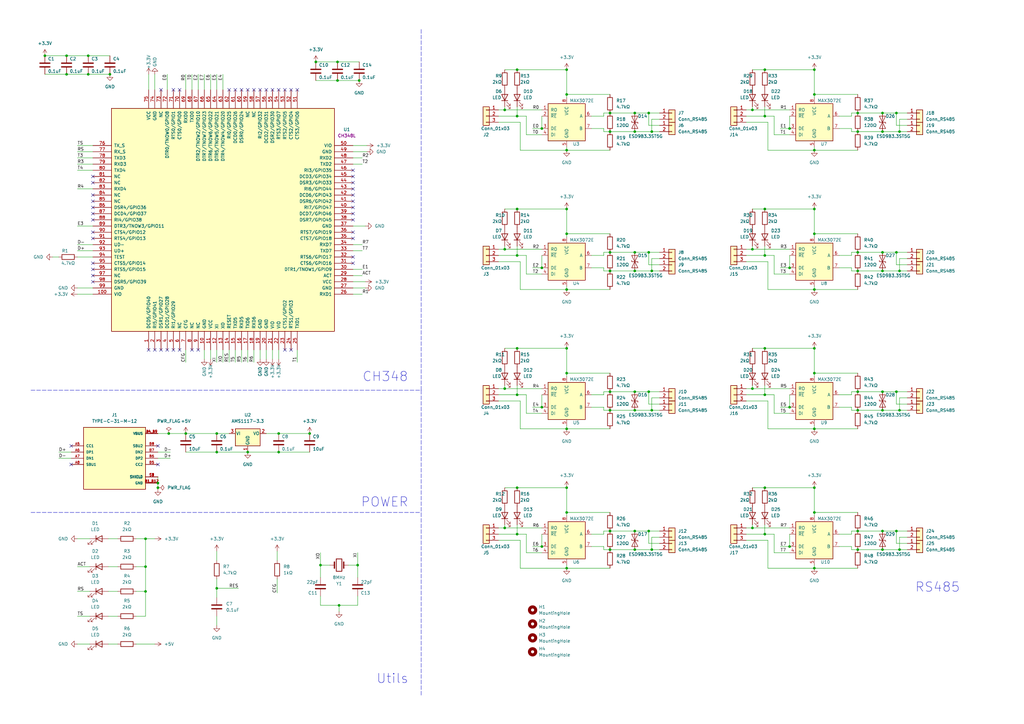
<source format=kicad_sch>
(kicad_sch (version 20211123) (generator eeschema)
  (paper "A3")
  (title_block (title "USB to Octal RS485 Port") (date "2022-12-27") (rev "0.1.0") (company "HKUST ECE Dept.") (comment 1 "Github: https://github.com/Zhang-JK") (comment 2 "For Final Year Project ONLY") (comment 3 "Author: ZHANG Jiekai"))
  (junction (at 266.065 160.655))
  (junction (at 267.335 225.425))
  (junction (at 250.19 46.355))
  (junction (at 250.19 217.805))
  (junction (at 313.69 47.625))
  (junction (at 334.01 200.025))
  (junction (at 323.85 109.855))
  (junction (at 212.09 161.925))
  (junction (at 260.35 225.425))
  (junction (at 139.065 248.285))
  (junction (at 212.09 104.775))
  (junction (at 334.01 153.035))
  (junction (at 368.935 111.125))
  (junction (at 69.215 177.8))
  (junction (at 351.79 103.505))
  (junction (at 232.41 233.045))
  (junction (at 334.01 28.575))
  (junction (at 334.01 210.185))
  (junction (at 36.195 30.48))
  (junction (at 88.9 185.42))
  (junction (at 76.2 177.8))
  (junction (at 260.35 160.655))
  (junction (at 64.77 198.12))
  (junction (at 351.79 168.275))
  (junction (at 308.61 159.385))
  (junction (at 361.95 160.655))
  (junction (at 334.01 95.885))
  (junction (at 212.09 142.875))
  (junction (at 64.77 200.025))
  (junction (at 267.335 53.975))
  (junction (at 361.95 111.125))
  (junction (at 361.95 53.975))
  (junction (at 260.35 217.805))
  (junction (at 361.95 225.425))
  (junction (at 250.19 225.425))
  (junction (at 266.065 46.355))
  (junction (at 368.935 225.425))
  (junction (at 207.01 102.235))
  (junction (at 313.69 104.775))
  (junction (at 207.01 45.085))
  (junction (at 232.41 118.745))
  (junction (at 59.69 220.98))
  (junction (at 313.69 142.875))
  (junction (at 114.3 185.42))
  (junction (at 334.01 61.595))
  (junction (at 368.935 168.275))
  (junction (at 232.41 200.025))
  (junction (at 88.9 241.3))
  (junction (at 308.61 216.535))
  (junction (at 308.61 102.235))
  (junction (at 367.665 103.505))
  (junction (at 368.935 53.975))
  (junction (at 266.065 217.805))
  (junction (at 232.41 175.895))
  (junction (at 129.54 25.4))
  (junction (at 88.9 177.8))
  (junction (at 36.195 22.86))
  (junction (at 361.95 46.355))
  (junction (at 351.79 217.805))
  (junction (at 232.41 28.575))
  (junction (at 266.065 103.505))
  (junction (at 260.35 46.355))
  (junction (at 222.25 167.005))
  (junction (at 351.79 53.975))
  (junction (at 232.41 142.875))
  (junction (at 232.41 210.185))
  (junction (at 18.415 22.86))
  (junction (at 323.85 224.155))
  (junction (at 367.665 46.355))
  (junction (at 323.85 167.005))
  (junction (at 45.085 30.48))
  (junction (at 351.79 160.655))
  (junction (at 232.41 153.035))
  (junction (at 232.41 85.725))
  (junction (at 361.95 217.805))
  (junction (at 59.69 232.41))
  (junction (at 212.09 219.075))
  (junction (at 334.01 85.725))
  (junction (at 308.61 45.085))
  (junction (at 351.79 225.425))
  (junction (at 127 177.8))
  (junction (at 207.01 159.385))
  (junction (at 207.01 216.535))
  (junction (at 222.25 109.855))
  (junction (at 212.09 28.575))
  (junction (at 250.19 168.275))
  (junction (at 232.41 38.735))
  (junction (at 212.09 200.025))
  (junction (at 334.01 142.875))
  (junction (at 267.335 111.125))
  (junction (at 267.335 168.275))
  (junction (at 351.79 111.125))
  (junction (at 114.3 177.8))
  (junction (at 131.445 231.775))
  (junction (at 59.69 242.57))
  (junction (at 313.69 200.025))
  (junction (at 334.01 175.895))
  (junction (at 334.01 233.045))
  (junction (at 212.09 85.725))
  (junction (at 250.19 111.125))
  (junction (at 334.01 118.745))
  (junction (at 212.09 47.625))
  (junction (at 361.95 103.505))
  (junction (at 260.35 111.125))
  (junction (at 367.665 217.805))
  (junction (at 313.69 28.575))
  (junction (at 222.25 224.155))
  (junction (at 260.35 103.505))
  (junction (at 147.32 33.02))
  (junction (at 260.35 53.975))
  (junction (at 138.43 33.02))
  (junction (at 222.25 52.705))
  (junction (at 313.69 85.725))
  (junction (at 250.19 103.505))
  (junction (at 351.79 46.355))
  (junction (at 323.85 52.705))
  (junction (at 27.305 30.48))
  (junction (at 313.69 161.925))
  (junction (at 101.6 185.42))
  (junction (at 334.01 38.735))
  (junction (at 138.43 25.4))
  (junction (at 146.685 231.775))
  (junction (at 260.35 168.275))
  (junction (at 232.41 61.595))
  (junction (at 250.19 53.975))
  (junction (at 232.41 95.885))
  (junction (at 361.95 168.275))
  (junction (at 367.665 160.655))
  (junction (at 27.305 22.86))
  (junction (at 250.19 160.655))
  (junction (at 313.69 219.075))
  (no_connect (at 38.1 97.79))
  (no_connect (at 109.22 36.83))
  (no_connect (at 114.3 36.83))
  (no_connect (at 144.78 105.41))
  (no_connect (at 38.1 90.17))
  (no_connect (at 104.14 36.83))
  (no_connect (at 144.78 85.09))
  (no_connect (at 144.78 72.39))
  (no_connect (at 73.66 36.83))
  (no_connect (at 116.84 143.51))
  (no_connect (at 71.12 36.83))
  (no_connect (at 38.1 82.55))
  (no_connect (at 96.52 36.83))
  (no_connect (at 78.74 143.51))
  (no_connect (at 38.1 87.63))
  (no_connect (at 144.78 107.95))
  (no_connect (at 144.78 90.17))
  (no_connect (at 116.84 36.83))
  (no_connect (at 144.78 80.01))
  (no_connect (at 119.38 36.83))
  (no_connect (at 63.5 143.51))
  (no_connect (at 38.1 113.03))
  (no_connect (at 73.66 143.51))
  (no_connect (at 144.78 74.93))
  (no_connect (at 121.92 36.83))
  (no_connect (at 38.1 72.39))
  (no_connect (at 38.1 74.93))
  (no_connect (at 144.78 97.79))
  (no_connect (at 29.21 190.5))
  (no_connect (at 106.68 36.83))
  (no_connect (at 29.21 182.88))
  (no_connect (at 38.1 85.09))
  (no_connect (at 68.58 143.51))
  (no_connect (at 101.6 36.83))
  (no_connect (at 38.1 110.49))
  (no_connect (at 38.1 95.25))
  (no_connect (at 144.78 77.47))
  (no_connect (at 38.1 107.95))
  (no_connect (at 38.1 80.01))
  (no_connect (at 60.96 143.51))
  (no_connect (at 93.98 36.83))
  (no_connect (at 119.38 143.51))
  (no_connect (at 66.04 36.83))
  (no_connect (at 64.77 190.5))
  (no_connect (at 144.78 87.63))
  (no_connect (at 111.76 36.83))
  (no_connect (at 144.78 69.85))
  (no_connect (at 66.04 143.51))
  (no_connect (at 99.06 36.83))
  (no_connect (at 81.28 143.51))
  (no_connect (at 71.12 143.51))
  (no_connect (at 144.78 82.55))
  (no_connect (at 38.1 115.57))
  (no_connect (at 64.77 182.88))
  (no_connect (at 144.78 95.25))
  (wire (pts (xy 367.665 46.355) (xy 367.665 51.435)))
  (wire (pts (xy 267.335 163.195) (xy 270.51 163.195)))
  (wire (pts (xy 260.35 53.975) (xy 267.335 53.975)))
  (wire (pts (xy 349.25 109.855) (xy 349.25 111.125)))
  (wire (pts (xy 361.95 225.425) (xy 368.935 225.425)))
  (wire (pts (xy 113.665 237.49) (xy 113.665 243.205)))
  (wire (pts (xy 121.92 143.51) (xy 121.92 148.59)))
  (wire (pts (xy 232.41 200.025) (xy 232.41 210.185)))
  (wire (pts (xy 232.41 40.005) (xy 232.41 38.735)))
  (wire (pts (xy 308.61 142.875) (xy 313.69 142.875)))
  (wire (pts (xy 266.065 103.505) (xy 270.51 103.505)))
  (wire (pts (xy 266.065 217.805) (xy 270.51 217.805)))
  (wire (pts (xy 78.74 30.48) (xy 78.74 36.83)))
  (wire (pts (xy 138.43 33.02) (xy 147.32 33.02)))
  (wire (pts (xy 31.75 120.65) (xy 38.1 120.65)))
  (wire (pts (xy 334.01 154.305) (xy 334.01 153.035)))
  (wire (pts (xy 88.9 241.3) (xy 97.79 241.3)))
  (wire (pts (xy 314.96 233.045) (xy 314.96 221.615)))
  (wire (pts (xy 144.78 115.57) (xy 149.86 115.57)))
  (wire (pts (xy 266.065 103.505) (xy 266.065 108.585)))
  (wire (pts (xy 83.82 30.48) (xy 83.82 36.83)))
  (wire (pts (xy 361.95 217.805) (xy 367.665 217.805)))
  (wire (pts (xy 368.935 106.045) (xy 372.11 106.045)))
  (wire (pts (xy 232.41 175.895) (xy 250.19 175.895)))
  (wire (pts (xy 308.61 102.235) (xy 323.85 102.235)))
  (wire (pts (xy 260.35 111.125) (xy 267.335 111.125)))
  (wire (pts (xy 207.01 215.265) (xy 207.01 216.535)))
  (wire (pts (xy 101.6 143.51) (xy 101.6 148.59)))
  (wire (pts (xy 88.9 237.49) (xy 88.9 241.3)))
  (wire (pts (xy 317.5 226.695) (xy 317.5 219.075)))
  (wire (pts (xy 314.96 50.165) (xy 306.07 50.165)))
  (wire (pts (xy 361.95 53.975) (xy 368.935 53.975)))
  (wire (pts (xy 88.9 30.48) (xy 88.9 36.83)))
  (wire (pts (xy 222.25 219.075) (xy 222.25 224.155)))
  (wire (pts (xy 266.065 222.885) (xy 270.51 222.885)))
  (wire (pts (xy 232.41 85.725) (xy 232.41 95.885)))
  (wire (pts (xy 144.78 59.69) (xy 150.495 59.69)))
  (wire (pts (xy 260.35 217.805) (xy 266.065 217.805)))
  (wire (pts (xy 232.41 153.035) (xy 250.19 153.035)))
  (wire (pts (xy 367.665 160.655) (xy 367.665 165.735)))
  (wire (pts (xy 308.61 45.085) (xy 323.85 45.085)))
  (wire (pts (xy 313.69 158.115) (xy 313.69 161.925)))
  (wire (pts (xy 334.01 97.155) (xy 334.01 95.885)))
  (wire (pts (xy 247.65 111.125) (xy 250.19 111.125)))
  (wire (pts (xy 349.25 168.275) (xy 351.79 168.275)))
  (wire (pts (xy 349.25 53.975) (xy 351.79 53.975)))
  (wire (pts (xy 232.41 38.735) (xy 250.19 38.735)))
  (wire (pts (xy 320.04 167.005) (xy 323.85 167.005)))
  (wire (pts (xy 129.54 33.02) (xy 138.43 33.02)))
  (wire (pts (xy 349.25 111.125) (xy 351.79 111.125)))
  (wire (pts (xy 320.04 52.705) (xy 323.85 52.705)))
  (wire (pts (xy 334.01 85.725) (xy 334.01 95.885)))
  (wire (pts (xy 361.95 103.505) (xy 367.665 103.505)))
  (wire (pts (xy 242.57 52.705) (xy 247.65 52.705)))
  (wire (pts (xy 81.28 30.48) (xy 81.28 36.83)))
  (wire (pts (xy 306.07 219.075) (xy 313.69 219.075)))
  (wire (pts (xy 207.01 200.025) (xy 212.09 200.025)))
  (wire (pts (xy 260.35 160.655) (xy 266.065 160.655)))
  (wire (pts (xy 242.57 161.925) (xy 247.65 161.925)))
  (wire (pts (xy 344.17 47.625) (xy 349.25 47.625)))
  (wire (pts (xy 250.19 46.355) (xy 260.35 46.355)))
  (wire (pts (xy 314.96 61.595) (xy 314.96 50.165)))
  (wire (pts (xy 267.335 106.045) (xy 270.51 106.045)))
  (wire (pts (xy 334.01 211.455) (xy 334.01 210.185)))
  (wire (pts (xy 313.69 104.775) (xy 317.5 104.775)))
  (wire (pts (xy 260.35 225.425) (xy 267.335 225.425)))
  (wire (pts (xy 31.75 252.73) (xy 36.83 252.73)))
  (wire (pts (xy 368.935 53.975) (xy 368.935 48.895)))
  (wire (pts (xy 88.9 185.42) (xy 101.6 185.42)))
  (wire (pts (xy 306.07 45.085) (xy 308.61 45.085)))
  (wire (pts (xy 55.88 264.16) (xy 63.5 264.16)))
  (wire (pts (xy 361.95 160.655) (xy 367.665 160.655)))
  (wire (pts (xy 313.69 100.965) (xy 313.69 104.775)))
  (wire (pts (xy 334.01 38.735) (xy 351.79 38.735)))
  (wire (pts (xy 314.96 118.745) (xy 334.01 118.745)))
  (wire (pts (xy 320.04 224.155) (xy 323.85 224.155)))
  (wire (pts (xy 36.195 22.86) (xy 45.085 22.86)))
  (wire (pts (xy 138.43 25.4) (xy 147.32 25.4)))
  (wire (pts (xy 242.57 109.855) (xy 247.65 109.855)))
  (wire (pts (xy 146.685 231.775) (xy 142.875 231.775)))
  (wire (pts (xy 144.78 64.77) (xy 148.59 64.77)))
  (wire (pts (xy 313.69 200.025) (xy 334.01 200.025)))
  (wire (pts (xy 247.65 217.805) (xy 250.19 217.805)))
  (wire (pts (xy 91.44 30.48) (xy 91.44 36.83)))
  (wire (pts (xy 306.07 102.235) (xy 308.61 102.235)))
  (wire (pts (xy 367.665 51.435) (xy 372.11 51.435)))
  (wire (pts (xy 308.61 28.575) (xy 313.69 28.575)))
  (wire (pts (xy 213.36 175.895) (xy 213.36 164.465)))
  (wire (pts (xy 344.17 167.005) (xy 349.25 167.005)))
  (wire (pts (xy 367.665 217.805) (xy 372.11 217.805)))
  (wire (pts (xy 215.9 226.695) (xy 215.9 219.075)))
  (wire (pts (xy 204.47 219.075) (xy 212.09 219.075)))
  (wire (pts (xy 267.335 225.425) (xy 267.335 220.345)))
  (wire (pts (xy 218.44 224.155) (xy 222.25 224.155)))
  (wire (pts (xy 59.69 252.73) (xy 59.69 242.57)))
  (wire (pts (xy 344.17 109.855) (xy 349.25 109.855)))
  (wire (pts (xy 18.415 30.48) (xy 27.305 30.48)))
  (wire (pts (xy 367.665 222.885) (xy 372.11 222.885)))
  (wire (pts (xy 215.9 169.545) (xy 222.25 169.545)))
  (wire (pts (xy 44.45 264.16) (xy 48.26 264.16)))
  (wire (pts (xy 308.61 100.965) (xy 308.61 102.235)))
  (wire (pts (xy 113.665 226.06) (xy 113.665 229.87)))
  (wire (pts (xy 266.065 108.585) (xy 270.51 108.585)))
  (wire (pts (xy 247.65 109.855) (xy 247.65 111.125)))
  (wire (pts (xy 247.65 53.975) (xy 250.19 53.975)))
  (wire (pts (xy 247.65 52.705) (xy 247.65 53.975)))
  (wire (pts (xy 31.75 59.69) (xy 38.1 59.69)))
  (wire (pts (xy 144.78 110.49) (xy 148.59 110.49)))
  (wire (pts (xy 222.25 104.775) (xy 222.25 109.855)))
  (wire (pts (xy 232.41 231.775) (xy 232.41 233.045)))
  (wire (pts (xy 334.01 60.325) (xy 334.01 61.595)))
  (wire (pts (xy 314.96 175.895) (xy 334.01 175.895)))
  (wire (pts (xy 59.69 220.98) (xy 63.5 220.98)))
  (wire (pts (xy 232.41 142.875) (xy 232.41 153.035)))
  (wire (pts (xy 212.09 200.025) (xy 232.41 200.025)))
  (wire (pts (xy 266.065 217.805) (xy 266.065 222.885)))
  (wire (pts (xy 314.96 175.895) (xy 314.96 164.465)))
  (wire (pts (xy 131.445 248.285) (xy 131.445 244.475)))
  (wire (pts (xy 314.96 61.595) (xy 334.01 61.595)))
  (wire (pts (xy 349.25 167.005) (xy 349.25 168.275)))
  (wire (pts (xy 55.88 242.57) (xy 59.69 242.57)))
  (wire (pts (xy 88.9 252.73) (xy 88.9 256.54)))
  (wire (pts (xy 308.61 215.265) (xy 308.61 216.535)))
  (wire (pts (xy 31.75 67.31) (xy 38.1 67.31)))
  (wire (pts (xy 242.57 167.005) (xy 247.65 167.005)))
  (wire (pts (xy 313.69 85.725) (xy 334.01 85.725)))
  (wire (pts (xy 250.19 168.275) (xy 260.35 168.275)))
  (wire (pts (xy 213.36 50.165) (xy 204.47 50.165)))
  (wire (pts (xy 250.19 225.425) (xy 260.35 225.425)))
  (wire (pts (xy 334.01 153.035) (xy 351.79 153.035)))
  (wire (pts (xy 76.2 143.51) (xy 76.2 148.59)))
  (wire (pts (xy 135.255 231.775) (xy 131.445 231.775)))
  (wire (pts (xy 144.78 102.87) (xy 148.59 102.87)))
  (wire (pts (xy 242.57 219.075) (xy 247.65 219.075)))
  (wire (pts (xy 306.07 216.535) (xy 308.61 216.535)))
  (wire (pts (xy 368.935 225.425) (xy 372.11 225.425)))
  (wire (pts (xy 86.36 143.51) (xy 86.36 147.32)))
  (wire (pts (xy 76.2 30.48) (xy 76.2 36.83)))
  (wire (pts (xy 232.41 28.575) (xy 232.41 38.735)))
  (wire (pts (xy 60.96 30.48) (xy 60.96 36.83)))
  (wire (pts (xy 313.69 161.925) (xy 317.5 161.925)))
  (wire (pts (xy 222.25 161.925) (xy 222.25 167.005)))
  (wire (pts (xy 368.935 220.345) (xy 372.11 220.345)))
  (wire (pts (xy 31.75 102.87) (xy 38.1 102.87)))
  (wire (pts (xy 323.85 47.625) (xy 323.85 52.705)))
  (wire (pts (xy 131.445 231.775) (xy 131.445 226.695)))
  (wire (pts (xy 232.41 60.325) (xy 232.41 61.595)))
  (wire (pts (xy 213.36 221.615) (xy 204.47 221.615)))
  (wire (pts (xy 247.65 161.925) (xy 247.65 160.655)))
  (wire (pts (xy 232.41 174.625) (xy 232.41 175.895)))
  (wire (pts (xy 349.25 217.805) (xy 351.79 217.805)))
  (wire (pts (xy 349.25 47.625) (xy 349.25 46.355)))
  (wire (pts (xy 55.88 220.98) (xy 59.69 220.98)))
  (wire (pts (xy 64.77 198.12) (xy 64.77 200.025)))
  (wire (pts (xy 308.61 200.025) (xy 313.69 200.025)))
  (wire (pts (xy 250.19 53.975) (xy 260.35 53.975)))
  (wire (pts (xy 334.01 28.575) (xy 334.01 38.735)))
  (wire (pts (xy 308.61 159.385) (xy 323.85 159.385)))
  (wire (pts (xy 44.45 232.41) (xy 48.26 232.41)))
  (polyline (pts (xy 12.7 160.02) (xy 172.72 160.02)))
  (wire (pts (xy 139.065 248.285) (xy 131.445 248.285)))
  (wire (pts (xy 334.01 200.025) (xy 334.01 210.185)))
  (wire (pts (xy 367.665 217.805) (xy 367.665 222.885)))
  (wire (pts (xy 215.9 112.395) (xy 215.9 104.775)))
  (wire (pts (xy 213.36 175.895) (xy 232.41 175.895)))
  (wire (pts (xy 351.79 160.655) (xy 361.95 160.655)))
  (wire (pts (xy 247.65 103.505) (xy 250.19 103.505)))
  (wire (pts (xy 313.69 47.625) (xy 317.5 47.625)))
  (wire (pts (xy 109.22 143.51) (xy 109.22 147.32)))
  (wire (pts (xy 267.335 225.425) (xy 270.51 225.425)))
  (wire (pts (xy 334.01 61.595) (xy 351.79 61.595)))
  (wire (pts (xy 144.78 67.31) (xy 148.59 67.31)))
  (wire (pts (xy 317.5 169.545) (xy 317.5 161.925)))
  (wire (pts (xy 250.19 160.655) (xy 260.35 160.655)))
  (wire (pts (xy 317.5 55.245) (xy 323.85 55.245)))
  (wire (pts (xy 351.79 217.805) (xy 361.95 217.805)))
  (wire (pts (xy 314.96 221.615) (xy 306.07 221.615)))
  (wire (pts (xy 99.06 143.51) (xy 99.06 148.59)))
  (wire (pts (xy 31.75 64.77) (xy 38.1 64.77)))
  (wire (pts (xy 59.69 242.57) (xy 59.69 232.41)))
  (wire (pts (xy 334.01 118.745) (xy 351.79 118.745)))
  (polyline (pts (xy 12.7 210.185) (xy 172.72 210.185)))
  (wire (pts (xy 215.9 226.695) (xy 222.25 226.695)))
  (wire (pts (xy 207.01 85.725) (xy 212.09 85.725)))
  (wire (pts (xy 351.79 46.355) (xy 361.95 46.355)))
  (wire (pts (xy 144.78 113.03) (xy 148.59 113.03)))
  (wire (pts (xy 31.75 242.57) (xy 36.83 242.57)))
  (wire (pts (xy 267.335 111.125) (xy 270.51 111.125)))
  (wire (pts (xy 129.54 25.4) (xy 138.43 25.4)))
  (wire (pts (xy 204.47 216.535) (xy 207.01 216.535)))
  (wire (pts (xy 314.96 107.315) (xy 306.07 107.315)))
  (wire (pts (xy 247.65 46.355) (xy 250.19 46.355)))
  (wire (pts (xy 218.44 167.005) (xy 222.25 167.005)))
  (wire (pts (xy 367.665 160.655) (xy 372.11 160.655)))
  (wire (pts (xy 27.305 22.86) (xy 36.195 22.86)))
  (wire (pts (xy 91.44 143.51) (xy 91.44 148.59)))
  (wire (pts (xy 207.01 43.815) (xy 207.01 45.085)))
  (wire (pts (xy 308.61 158.115) (xy 308.61 159.385)))
  (wire (pts (xy 232.41 210.185) (xy 250.19 210.185)))
  (wire (pts (xy 31.75 220.98) (xy 36.83 220.98)))
  (wire (pts (xy 144.78 62.23) (xy 150.495 62.23)))
  (wire (pts (xy 313.69 215.265) (xy 313.69 219.075)))
  (wire (pts (xy 232.41 117.475) (xy 232.41 118.745)))
  (wire (pts (xy 334.01 233.045) (xy 351.79 233.045)))
  (wire (pts (xy 207.01 159.385) (xy 222.25 159.385)))
  (polyline (pts (xy 172.72 12.065) (xy 172.72 160.02)))
  (wire (pts (xy 212.09 219.075) (xy 215.9 219.075)))
  (wire (pts (xy 146.685 248.285) (xy 139.065 248.285)))
  (wire (pts (xy 314.96 233.045) (xy 334.01 233.045)))
  (wire (pts (xy 111.76 143.51) (xy 111.76 147.32)))
  (wire (pts (xy 351.79 225.425) (xy 361.95 225.425)))
  (wire (pts (xy 88.9 143.51) (xy 88.9 148.59)))
  (wire (pts (xy 313.69 28.575) (xy 334.01 28.575)))
  (wire (pts (xy 207.01 216.535) (xy 222.25 216.535)))
  (wire (pts (xy 64.77 185.42) (xy 69.85 185.42)))
  (wire (pts (xy 86.36 30.48) (xy 86.36 36.83)))
  (wire (pts (xy 218.44 109.855) (xy 222.25 109.855)))
  (wire (pts (xy 349.25 161.925) (xy 349.25 160.655)))
  (wire (pts (xy 232.41 61.595) (xy 250.19 61.595)))
  (wire (pts (xy 83.82 143.51) (xy 83.82 147.32)))
  (wire (pts (xy 267.335 48.895) (xy 270.51 48.895)))
  (wire (pts (xy 351.79 111.125) (xy 361.95 111.125)))
  (wire (pts (xy 104.14 143.51) (xy 104.14 148.59)))
  (wire (pts (xy 317.5 112.395) (xy 323.85 112.395)))
  (wire (pts (xy 212.09 28.575) (xy 232.41 28.575)))
  (wire (pts (xy 59.69 232.41) (xy 59.69 220.98)))
  (wire (pts (xy 266.065 165.735) (xy 270.51 165.735)))
  (wire (pts (xy 212.09 142.875) (xy 232.41 142.875)))
  (wire (pts (xy 88.9 226.06) (xy 88.9 229.87)))
  (wire (pts (xy 266.065 46.355) (xy 266.065 51.435)))
  (wire (pts (xy 344.17 52.705) (xy 349.25 52.705)))
  (wire (pts (xy 232.41 95.885) (xy 250.19 95.885)))
  (wire (pts (xy 144.78 100.33) (xy 148.59 100.33)))
  (wire (pts (xy 247.65 224.155) (xy 247.65 225.425)))
  (wire (pts (xy 31.75 100.33) (xy 38.1 100.33)))
  (wire (pts (xy 212.09 161.925) (xy 215.9 161.925)))
  (wire (pts (xy 88.9 177.8) (xy 93.98 177.8)))
  (wire (pts (xy 44.45 252.73) (xy 48.26 252.73)))
  (wire (pts (xy 361.95 46.355) (xy 367.665 46.355)))
  (wire (pts (xy 207.01 142.875) (xy 212.09 142.875)))
  (wire (pts (xy 361.95 168.275) (xy 368.935 168.275)))
  (wire (pts (xy 55.88 232.41) (xy 59.69 232.41)))
  (wire (pts (xy 313.69 142.875) (xy 334.01 142.875)))
  (wire (pts (xy 349.25 52.705) (xy 349.25 53.975)))
  (wire (pts (xy 144.78 120.65) (xy 148.59 120.65)))
  (wire (pts (xy 267.335 111.125) (xy 267.335 106.045)))
  (wire (pts (xy 247.65 47.625) (xy 247.65 46.355)))
  (wire (pts (xy 247.65 168.275) (xy 250.19 168.275)))
  (wire (pts (xy 31.75 264.16) (xy 36.83 264.16)))
  (wire (pts (xy 204.47 159.385) (xy 207.01 159.385)))
  (wire (pts (xy 247.65 167.005) (xy 247.65 168.275)))
  (wire (pts (xy 351.79 168.275) (xy 361.95 168.275)))
  (wire (pts (xy 64.77 177.8) (xy 69.215 177.8)))
  (wire (pts (xy 144.78 118.11) (xy 149.86 118.11)))
  (wire (pts (xy 36.195 30.48) (xy 45.085 30.48)))
  (wire (pts (xy 55.88 252.73) (xy 59.69 252.73)))
  (wire (pts (xy 213.36 61.595) (xy 213.36 50.165)))
  (wire (pts (xy 204.47 47.625) (xy 212.09 47.625)))
  (wire (pts (xy 31.75 69.85) (xy 38.1 69.85)))
  (wire (pts (xy 349.25 225.425) (xy 351.79 225.425)))
  (wire (pts (xy 144.78 92.71) (xy 149.86 92.71)))
  (wire (pts (xy 323.85 219.075) (xy 323.85 224.155)))
  (wire (pts (xy 368.935 163.195) (xy 372.11 163.195)))
  (wire (pts (xy 242.57 104.775) (xy 247.65 104.775)))
  (wire (pts (xy 367.665 103.505) (xy 372.11 103.505)))
  (wire (pts (xy 213.36 118.745) (xy 232.41 118.745)))
  (wire (pts (xy 266.065 160.655) (xy 270.51 160.655)))
  (wire (pts (xy 88.9 241.3) (xy 88.9 245.11)))
  (wire (pts (xy 334.01 142.875) (xy 334.01 153.035)))
  (wire (pts (xy 204.47 102.235) (xy 207.01 102.235)))
  (wire (pts (xy 317.5 226.695) (xy 323.85 226.695)))
  (wire (pts (xy 93.98 143.51) (xy 93.98 148.59)))
  (wire (pts (xy 21.59 105.41) (xy 24.13 105.41)))
  (wire (pts (xy 232.41 211.455) (xy 232.41 210.185)))
  (wire (pts (xy 213.36 233.045) (xy 213.36 221.615)))
  (wire (pts (xy 267.335 220.345) (xy 270.51 220.345)))
  (wire (pts (xy 31.75 92.71) (xy 38.1 92.71)))
  (wire (pts (xy 367.665 108.585) (xy 372.11 108.585)))
  (wire (pts (xy 114.3 177.8) (xy 127 177.8)))
  (wire (pts (xy 64.77 200.025) (xy 64.77 200.66)))
  (wire (pts (xy 250.19 217.805) (xy 260.35 217.805)))
  (wire (pts (xy 63.5 30.48) (xy 63.5 36.83)))
  (wire (pts (xy 76.2 185.42) (xy 88.9 185.42)))
  (wire (pts (xy 207.01 45.085) (xy 222.25 45.085)))
  (wire (pts (xy 218.44 52.705) (xy 222.25 52.705)))
  (wire (pts (xy 146.685 231.775) (xy 146.685 226.695)))
  (wire (pts (xy 24.13 185.42) (xy 29.21 185.42)))
  (wire (pts (xy 351.79 53.975) (xy 361.95 53.975)))
  (wire (pts (xy 266.065 46.355) (xy 270.51 46.355)))
  (wire (pts (xy 212.09 104.775) (xy 215.9 104.775)))
  (wire (pts (xy 31.75 105.41) (xy 38.1 105.41)))
  (wire (pts (xy 367.665 103.505) (xy 367.665 108.585)))
  (wire (pts (xy 334.01 231.775) (xy 334.01 233.045)))
  (wire (pts (xy 308.61 216.535) (xy 323.85 216.535)))
  (wire (pts (xy 31.75 62.23) (xy 38.1 62.23)))
  (wire (pts (xy 351.79 103.505) (xy 361.95 103.505)))
  (wire (pts (xy 308.61 43.815) (xy 308.61 45.085)))
  (wire (pts (xy 250.19 111.125) (xy 260.35 111.125)))
  (wire (pts (xy 334.01 95.885) (xy 351.79 95.885)))
  (wire (pts (xy 212.09 215.265) (xy 212.09 219.075)))
  (wire (pts (xy 146.685 244.475) (xy 146.685 248.285)))
  (wire (pts (xy 114.3 185.42) (xy 127 185.42)))
  (wire (pts (xy 317.5 55.245) (xy 317.5 47.625)))
  (wire (pts (xy 232.41 97.155) (xy 232.41 95.885)))
  (wire (pts (xy 349.25 46.355) (xy 351.79 46.355)))
  (wire (pts (xy 306.07 104.775) (xy 313.69 104.775)))
  (wire (pts (xy 349.25 103.505) (xy 351.79 103.505)))
  (wire (pts (xy 204.47 104.775) (xy 212.09 104.775)))
  (wire (pts (xy 266.065 51.435) (xy 270.51 51.435)))
  (wire (pts (xy 267.335 53.975) (xy 270.51 53.975)))
  (wire (pts (xy 213.36 118.745) (xy 213.36 107.315)))
  (wire (pts (xy 207.01 100.965) (xy 207.01 102.235)))
  (wire (pts (xy 247.65 219.075) (xy 247.65 217.805)))
  (wire (pts (xy 349.25 160.655) (xy 351.79 160.655)))
  (wire (pts (xy 306.07 47.625) (xy 313.69 47.625)))
  (wire (pts (xy 368.935 111.125) (xy 368.935 106.045)))
  (wire (pts (xy 323.85 161.925) (xy 323.85 167.005)))
  (wire (pts (xy 232.41 118.745) (xy 250.19 118.745)))
  (wire (pts (xy 215.9 169.545) (xy 215.9 161.925)))
  (wire (pts (xy 213.36 61.595) (xy 232.41 61.595)))
  (wire (pts (xy 349.25 104.775) (xy 349.25 103.505)))
  (wire (pts (xy 232.41 154.305) (xy 232.41 153.035)))
  (wire (pts (xy 207.01 158.115) (xy 207.01 159.385)))
  (wire (pts (xy 368.935 168.275) (xy 368.935 163.195)))
  (wire (pts (xy 212.09 47.625) (xy 215.9 47.625)))
  (wire (pts (xy 367.665 165.735) (xy 372.11 165.735)))
  (wire (pts (xy 267.335 53.975) (xy 267.335 48.895)))
  (wire (pts (xy 317.5 169.545) (xy 323.85 169.545)))
  (wire (pts (xy 69.215 177.8) (xy 76.2 177.8)))
  (wire (pts (xy 76.2 177.8) (xy 88.9 177.8)))
  (wire (pts (xy 146.685 236.855) (xy 146.685 231.775)))
  (polyline (pts (xy 172.72 160.02) (xy 172.72 285.115)))
  (wire (pts (xy 247.65 160.655) (xy 250.19 160.655)))
  (wire (pts (xy 207.01 102.235) (xy 222.25 102.235)))
  (wire (pts (xy 306.07 159.385) (xy 308.61 159.385)))
  (wire (pts (xy 317.5 112.395) (xy 317.5 104.775)))
  (wire (pts (xy 215.9 55.245) (xy 222.25 55.245)))
  (wire (pts (xy 109.22 177.8) (xy 114.3 177.8)))
  (wire (pts (xy 334.01 174.625) (xy 334.01 175.895)))
  (wire (pts (xy 367.665 46.355) (xy 372.11 46.355)))
  (wire (pts (xy 31.75 118.11) (xy 38.1 118.11)))
  (wire (pts (xy 207.01 28.575) (xy 212.09 28.575)))
  (wire (pts (xy 106.68 143.51) (xy 106.68 147.32)))
  (wire (pts (xy 44.45 220.98) (xy 48.26 220.98)))
  (wire (pts (xy 334.01 117.475) (xy 334.01 118.745)))
  (wire (pts (xy 64.77 195.58) (xy 64.77 198.12)))
  (wire (pts (xy 334.01 175.895) (xy 351.79 175.895)))
  (wire (pts (xy 215.9 55.245) (xy 215.9 47.625)))
  (wire (pts (xy 368.935 53.975) (xy 372.11 53.975)))
  (wire (pts (xy 344.17 104.775) (xy 349.25 104.775)))
  (wire (pts (xy 368.935 168.275) (xy 372.11 168.275)))
  (wire (pts (xy 204.47 45.085) (xy 207.01 45.085)))
  (wire (pts (xy 242.57 224.155) (xy 247.65 224.155)))
  (wire (pts (xy 247.65 104.775) (xy 247.65 103.505)))
  (wire (pts (xy 212.09 85.725) (xy 232.41 85.725)))
  (wire (pts (xy 24.13 187.96) (xy 29.21 187.96)))
  (wire (pts (xy 368.935 111.125) (xy 372.11 111.125)))
  (wire (pts (xy 320.04 109.855) (xy 323.85 109.855)))
  (wire (pts (xy 215.9 112.395) (xy 222.25 112.395)))
  (wire (pts (xy 212.09 158.115) (xy 212.09 161.925)))
  (wire (pts (xy 101.6 185.42) (xy 114.3 185.42)))
  (wire (pts (xy 361.95 111.125) (xy 368.935 111.125)))
  (wire (pts (xy 306.07 161.925) (xy 313.69 161.925)))
  (wire (pts (xy 27.305 30.48) (xy 36.195 30.48)))
  (wire (pts (xy 139.065 250.825) (xy 139.065 248.285)))
  (wire (pts (xy 31.75 77.47) (xy 38.1 77.47)))
  (wire (pts (xy 44.45 242.57) (xy 48.26 242.57)))
  (wire (pts (xy 232.41 233.045) (xy 250.19 233.045)))
  (wire (pts (xy 96.52 143.51) (xy 96.52 148.59)))
  (wire (pts (xy 250.19 103.505) (xy 260.35 103.505)))
  (wire (pts (xy 267.335 168.275) (xy 267.335 163.195)))
  (wire (pts (xy 64.77 187.96) (xy 69.85 187.96)))
  (wire (pts (xy 349.25 224.155) (xy 349.25 225.425)))
  (wire (pts (xy 222.25 47.625) (xy 222.25 52.705)))
  (wire (pts (xy 213.36 107.315) (xy 204.47 107.315)))
  (wire (pts (xy 334.01 40.005) (xy 334.01 38.735)))
  (wire (pts (xy 314.96 164.465) (xy 306.07 164.465)))
  (wire (pts (xy 267.335 168.275) (xy 270.51 168.275)))
  (wire (pts (xy 368.935 48.895) (xy 372.11 48.895)))
  (wire (pts (xy 313.69 43.815) (xy 313.69 47.625)))
  (wire (pts (xy 212.09 100.965) (xy 212.09 104.775)))
  (wire (pts (xy 368.935 225.425) (xy 368.935 220.345)))
  (wire (pts (xy 31.75 232.41) (xy 36.83 232.41)))
  (wire (pts (xy 260.35 168.275) (xy 267.335 168.275)))
  (wire (pts (xy 344.17 219.075) (xy 349.25 219.075)))
  (wire (pts (xy 349.25 219.075) (xy 349.25 217.805)))
  (wire (pts (xy 213.36 164.465) (xy 204.47 164.465)))
  (wire (pts (xy 247.65 225.425) (xy 250.19 225.425)))
  (wire (pts (xy 260.35 46.355) (xy 266.065 46.355)))
  (wire (pts (xy 131.445 231.775) (xy 131.445 236.855)))
  (wire (pts (xy 213.36 233.045) (xy 232.41 233.045)))
  (wire (pts (xy 344.17 224.155) (xy 349.25 224.155)))
  (wire (pts (xy 266.065 160.655) (xy 266.065 165.735)))
  (wire (pts (xy 334.01 210.185) (xy 351.79 210.185)))
  (wire (pts (xy 260.35 103.505) (xy 266.065 103.505)))
  (wire (pts (xy 18.415 22.86) (xy 27.305 22.86)))
  (wire (pts (xy 313.69 219.075) (xy 317.5 219.075)))
  (wire (pts (xy 68.58 30.48) (xy 68.58 36.83)))
  (wire (pts (xy 323.85 104.775) (xy 323.85 109.855)))
  (wire (pts (xy 344.17 161.925) (xy 349.25 161.925)))
  (wire (pts (xy 212.09 43.815) (xy 212.09 47.625)))
  (wire (pts (xy 114.3 143.51) (xy 114.3 147.32)))
  (wire (pts (xy 242.57 47.625) (xy 247.65 47.625)))
  (wire (pts (xy 314.96 118.745) (xy 314.96 107.315)))
  (wire (pts (xy 204.47 161.925) (xy 212.09 161.925)))
  (wire (pts (xy 308.61 85.725) (xy 313.69 85.725)))
  (text "RS485\n" (at 375.285 243.205 0) (effects (font (size 3.81 3.81)) (justify left bottom)))
  (text "Utils\n" (at 154.305 280.67 0) (effects (font (size 3.81 3.81)) (justify left bottom)))
  (text "CH348\n" (at 148.59 156.845 0) (effects (font (size 3.81 3.81)) (justify left bottom)))
  (text "POWER\n" (at 147.955 208.28 0) (effects (font (size 3.81 3.81)) (justify left bottom)))
  (label "T1" (at 320.04 55.245 0))
  (label "D+" (at 67.31 187.96 0))
  (label "D+" (at 31.75 102.87 0))
  (label "D-" (at 24.13 187.96 0))
  (label "D+" (at 24.13 185.42 0))
  (label "T6" (at 101.6 148.59 90))
  (label "T7" (at 148.59 102.87 0))
  (label "R1" (at 148.59 120.65 0))
  (label "ACT" (at 31.75 232.41 0))
  (label "R4" (at 31.75 77.47 0))
  (label "T2" (at 218.44 112.395 0))
  (label "ACT" (at 148.59 113.03 0))
  (label "T3" (at 31.75 64.77 0))
  (label "T5" (at 320.04 169.545 0))
  (label "T4" (at 31.75 69.85 0))
  (label "E3" (at 320.04 109.855 0))
  (label "R2" (at 218.44 102.235 0))
  (label "E3" (at 31.75 92.71 0))
  (label "T5" (at 96.52 148.59 90))
  (label "R7" (at 320.04 216.535 0))
  (label "RES" (at 97.79 241.3 180))
  (label "E0" (at 218.44 52.705 0))
  (label "R5" (at 99.06 148.59 90))
  (label "R5" (at 320.04 159.385 0))
  (label "RS" (at 31.75 242.57 0))
  (label "D-" (at 67.31 185.42 0))
  (label "E1" (at 320.04 52.705 0))
  (label "E2" (at 81.28 30.48 270))
  (label "XO" (at 131.445 226.695 270))
  (label "E7" (at 83.82 30.48 270))
  (label "E4" (at 218.44 167.005 0))
  (label "E7" (at 320.04 224.155 0))
  (label "CFG" (at 76.2 148.59 90))
  (label "XO" (at 91.44 148.59 90))
  (label "D-" (at 31.75 100.33 0))
  (label "R3" (at 31.75 67.31 0))
  (label "TS" (at 31.75 252.73 0))
  (label "E2" (at 218.44 109.855 0))
  (label "R6" (at 104.14 148.59 90))
  (label "E1" (at 148.59 110.49 0))
  (label "R2" (at 148.59 64.77 0))
  (label "E5" (at 88.9 30.48 270))
  (label "R1" (at 320.04 45.085 0))
  (label "T2" (at 148.59 67.31 0))
  (label "TS" (at 31.75 59.69 0))
  (label "RS" (at 31.75 62.23 0))
  (label "T6" (at 218.44 226.695 0))
  (label "XI" (at 88.9 148.59 90))
  (label "E6" (at 218.44 224.155 0))
  (label "R3" (at 320.04 102.235 0))
  (label "T1" (at 121.92 148.59 90))
  (label "T4" (at 218.44 169.545 0))
  (label "R6" (at 218.44 216.535 0))
  (label "T0" (at 218.44 55.245 0))
  (label "E0" (at 68.58 30.48 270))
  (label "R4" (at 218.44 159.385 0))
  (label "XI" (at 146.685 226.695 270))
  (label "R0" (at 76.2 30.48 270))
  (label "R7" (at 148.59 100.33 0))
  (label "T0" (at 78.74 30.48 270))
  (label "R0" (at 218.44 45.085 0))
  (label "E5" (at 320.04 167.005 0))
  (label "T7" (at 320.04 226.695 0))
  (label "E4" (at 91.44 30.48 270))
  (label "CFG" (at 113.665 243.205 90))
  (label "E6" (at 86.36 30.48 270))
  (label "RES" (at 93.98 148.59 90))
  (label "T3" (at 320.04 112.395 0))
  (symbol (lib_id "Device:C") (at 131.445 240.665 180) (unit 1)
    (property "Reference" "C11" (at 126.365 243.205 0) (effects (justify right)))
    (property "Value" "22pF" (at 125.73 238.76 0) (effects (justify right)))
    (property "Footprint" "Capacitor_SMD:C_0603_1608Metric" (effects hide))
  )
  (symbol (lib_id "Device:R") (at 52.07 232.41 90) (unit 1)
    (property "Reference" "R3" (at 52.07 226.06 90))
    (property "Value" "2kΩ" (at 52.07 228.6 90))
    (property "Footprint" "Resistor_SMD:R_0603_1608Metric" (effects hide))
  )
  (symbol (lib_id "Connector_Generic:Conn_01x02") (at 377.19 103.505 0) (unit 1)
    (property "Reference" "J20" (at 379.73 103.5049 0) (effects (justify left)))
    (property "Value" "Conn_RS485" (at 379.73 106.0449 0) (effects (justify left)))
    (property "Footprint" "Connector_JST:JST_GH_SM02B-GHS-TB_1x02-1MP_P1.25mm_Horizontal" (effects hide))
  )
  (symbol (lib_id "power:GND") (at 31.75 220.98 270) (unit 1)
    (property "Reference" "#PWR05" (effects hide))
    (property "Value" "GND" (at 27.94 220.9799 90) (effects (justify right)))
  )
  (symbol (lib_id "Device:C") (at 114.3 181.61 0) (unit 1)
    (property "Reference" "C8" (at 115.57 179.07 0) (effects (justify left)))
    (property "Value" "0.1uF" (at 115.57 184.15 0) (effects (justify left)))
    (property "Footprint" "Capacitor_SMD:C_0603_1608Metric" (effects hide))
  )
  (symbol (lib_id "power:+3.3V") (at 86.36 147.32 180) (unit 1)
    (property "Reference" "#PWR015" (effects hide))
    (property "Value" "+3.3V" (at 86.36 152.4 90))
  )
  (symbol (lib_id "Device:R") (at 250.19 42.545 0) (unit 1)
    (property "Reference" "R17" (at 252.73 41.2749 0) (effects (justify left)))
    (property "Value" "4.7kΩ" (at 252.73 43.8149 0) (effects (justify left)))
    (property "Footprint" "Resistor_SMD:R_0603_1608Metric" (effects hide))
  )
  (symbol (lib_id "power:GND") (at 106.68 147.32 0) (unit 1)
    (property "Reference" "#PWR019" (effects hide))
    (property "Value" "GND" (at 106.68 152.4 90))
  )
  (symbol (lib_id "power:+3.3V") (at 334.01 142.875 0) (unit 1)
    (property "Reference" "#PWR045" (effects hide))
    (property "Value" "+3.3V" (at 334.01 137.795 0))
  )
  (symbol (lib_id "chxxx:CH348L") (at 45.72 44.45 0) (unit 1)
    (property "Reference" "U1" (at 142.24 53.1112 0))
    (property "Value" "CH348L" (effects hide))
    (property "Footprint" "Package_QFP:LQFP-100_14x14mm_P0.5mm" (effects hide))
    (property "description" "High Speed USB to eight enhanced TTL Serial / 8 *UART" (effects hide))
    (property "Comment" "CH348L" (at 142.24 55.6512 0))
  )
  (symbol (lib_id "Device:LED") (at 207.01 211.455 90) (unit 1)
    (property "Reference" "D9" (at 203.2 208.915 90) (effects (justify right)))
    (property "Value" "LED" (at 201.93 211.455 90) (effects (justify right)))
    (property "Footprint" "LED_SMD:LED_0603_1608Metric" (effects hide))
  )
  (symbol (lib_id "Device:LED") (at 313.69 40.005 90) (unit 1)
    (property "Reference" "D22" (at 316.23 37.465 90) (effects (justify right)))
    (property "Value" "LED" (at 316.23 40.005 90) (effects (justify right)))
    (property "Footprint" "LED_SMD:LED_0603_1608Metric" (effects hide))
  )
  (symbol (lib_id "Connector_Generic:Conn_01x03") (at 300.99 219.075 0) (mirror y) (unit 1)
    (property "Reference" "J17" (at 300.99 226.695 0))
    (property "Value" "Conn_01x03" (at 304.8 224.155 0))
    (property "Footprint" "Connector_JST:JST_GH_SM03B-GHS-TB_1x03-1MP_P1.25mm_Horizontal" (effects hide))
  )
  (symbol (lib_id "power:+3.3V") (at 114.3 147.32 180) (unit 1)
    (property "Reference" "#PWR023" (effects hide))
    (property "Value" "+3.3V" (at 114.3 152.4 90))
  )
  (symbol (lib_id "Device:R") (at 250.19 50.165 0) (unit 1)
    (property "Reference" "R18" (at 252.73 48.8949 0) (effects (justify left)))
    (property "Value" "120Ω" (at 252.73 51.4349 0) (effects (justify left)))
    (property "Footprint" "Resistor_SMD:R_0603_1608Metric" (effects hide))
  )
  (symbol (lib_id "Device:R") (at 308.61 203.835 0) (unit 1)
    (property "Reference" "R32" (at 304.8 202.565 0) (effects (justify left)))
    (property "Value" "2kΩ" (at 303.53 205.105 0) (effects (justify left)))
    (property "Footprint" "Resistor_SMD:R_0603_1608Metric" (effects hide))
  )
  (symbol (lib_id "Device:R") (at 52.07 252.73 90) (unit 1)
    (property "Reference" "R5" (at 52.07 246.38 90))
    (property "Value" "2kΩ" (at 52.07 248.92 90))
    (property "Footprint" "Resistor_SMD:R_0603_1608Metric" (effects hide))
  )
  (symbol (lib_id "power:GND") (at 88.9 256.54 0) (unit 1)
    (property "Reference" "#PWR017" (effects hide))
    (property "Value" "GND" (at 88.9 261.62 0))
  )
  (symbol (lib_id "Interface_UART:MAX3072E") (at 232.41 221.615 0) (unit 1)
    (property "Reference" "U6" (at 234.95 230.505 0) (effects (justify left)))
    (property "Value" "MAX3072E" (at 233.68 212.725 0) (effects (justify left)))
    (property "Footprint" "Package_SO:SOIC-8_3.9x4.9mm_P1.27mm" (effects hide))
    (property "Datasheet" "https://datasheets.maximintegrated.com/en/ds/MAX3070E-MAX3079E.pdf" (effects hide))
  )
  (symbol (lib_id "Interface_UART:MAX3072E") (at 334.01 107.315 0) (unit 1)
    (property "Reference" "U8" (at 336.55 116.205 0) (effects (justify left)))
    (property "Value" "MAX3072E" (at 335.28 98.425 0) (effects (justify left)))
    (property "Footprint" "Package_SO:SOIC-8_3.9x4.9mm_P1.27mm" (effects hide))
    (property "Datasheet" "https://datasheets.maximintegrated.com/en/ds/MAX3070E-MAX3079E.pdf" (effects hide))
  )
  (symbol (lib_id "Device:R") (at 52.07 220.98 90) (unit 1)
    (property "Reference" "R2" (at 52.07 214.63 90))
    (property "Value" "2kΩ" (at 52.07 217.17 90))
    (property "Footprint" "Resistor_SMD:R_0603_1608Metric" (effects hide))
  )
  (symbol (lib_id "power:+5V") (at 76.2 177.8 0) (unit 1)
    (property "Reference" "#PWR013" (effects hide))
    (property "Value" "+5V" (at 76.2 172.72 0))
  )
  (symbol (lib_id "Device:R") (at 52.07 264.16 90) (unit 1)
    (property "Reference" "R6" (at 52.07 257.81 90))
    (property "Value" "2kΩ" (at 52.07 260.35 90))
    (property "Footprint" "Resistor_SMD:R_0603_1608Metric" (effects hide))
  )
  (symbol (lib_id "power:+3.3V") (at 113.665 226.06 0) (unit 1)
    (property "Reference" "#PWR022" (effects hide))
    (property "Value" "+3.3V" (at 113.665 220.98 0))
  )
  (symbol (lib_id "power:GND") (at 232.41 175.895 0) (unit 1)
    (property "Reference" "#PWR038" (effects hide))
    (property "Value" "GND" (at 232.41 180.975 0))
  )
  (symbol (lib_id "power:GND") (at 147.32 33.02 0) (unit 1)
    (property "Reference" "#PWR027" (effects hide))
    (property "Value" "GND" (at 147.32 38.1 0))
  )
  (symbol (lib_id "power:+3.3V") (at 232.41 142.875 0) (unit 1)
    (property "Reference" "#PWR037" (effects hide))
    (property "Value" "+3.3V" (at 232.41 137.795 0))
  )
  (symbol (lib_id "power:PWR_FLAG") (at 64.77 200.025 270) (unit 1)
    (property "Reference" "#FLG0102" (effects hide))
    (property "Value" "PWR_FLAG" (at 68.58 200.0249 90) (effects (justify left)))
  )
  (symbol (lib_id "power:GND") (at 21.59 105.41 270) (unit 1)
    (property "Reference" "#PWR02" (effects hide))
    (property "Value" "GND" (at 17.78 105.4099 90) (effects (justify right)))
  )
  (symbol (lib_id "Device:LED") (at 212.09 211.455 90) (unit 1)
    (property "Reference" "D13" (at 214.63 208.915 90) (effects (justify right)))
    (property "Value" "LED" (at 214.63 211.455 90) (effects (justify right)))
    (property "Footprint" "LED_SMD:LED_0603_1608Metric" (effects hide))
  )
  (symbol (lib_id "power:+3.3V") (at 111.76 147.32 180) (unit 1)
    (property "Reference" "#PWR021" (effects hide))
    (property "Value" "+3.3V" (at 111.76 152.4 90))
  )
  (symbol (lib_id "Connector_Generic:Conn_01x02") (at 275.59 108.585 0) (unit 1)
    (property "Reference" "J9" (at 278.13 108.5849 0) (effects (justify left)))
    (property "Value" "Conn_RS485" (at 278.13 111.1249 0) (effects (justify left)))
    (property "Footprint" "Connector_JST:JST_GH_SM02B-GHS-TB_1x02-1MP_P1.25mm_Horizontal" (effects hide))
  )
  (symbol (lib_id "Interface_UART:MAX3072E") (at 232.41 107.315 0) (unit 1)
    (property "Reference" "U4" (at 234.95 116.205 0) (effects (justify left)))
    (property "Value" "MAX3072E" (at 233.68 98.425 0) (effects (justify left)))
    (property "Footprint" "Package_SO:SOIC-8_3.9x4.9mm_P1.27mm" (effects hide))
    (property "Datasheet" "https://datasheets.maximintegrated.com/en/ds/MAX3070E-MAX3079E.pdf" (effects hide))
  )
  (symbol (lib_id "Connector_Generic:Conn_01x03") (at 300.99 161.925 0) (mirror y) (unit 1)
    (property "Reference" "J16" (at 300.99 169.545 0))
    (property "Value" "Conn_01x03" (at 304.8 167.005 0))
    (property "Footprint" "Connector_JST:JST_GH_SM03B-GHS-TB_1x03-1MP_P1.25mm_Horizontal" (effects hide))
  )
  (symbol (lib_id "Device:LED") (at 207.01 40.005 90) (unit 1)
    (property "Reference" "D6" (at 203.2 37.465 90) (effects (justify right)))
    (property "Value" "LED" (at 201.93 40.005 90) (effects (justify right)))
    (property "Footprint" "LED_SMD:LED_0603_1608Metric" (effects hide))
  )
  (symbol (lib_id "Connector_Generic:Conn_01x03") (at 199.39 47.625 0) (mirror y) (unit 1)
    (property "Reference" "J2" (at 199.39 55.245 0))
    (property "Value" "Conn_01x03" (at 203.2 52.705 0))
    (property "Footprint" "Connector_JST:JST_GH_SM03B-GHS-TB_1x03-1MP_P1.25mm_Horizontal" (effects hide))
  )
  (symbol (lib_id "Device:R") (at 351.79 172.085 0) (unit 1)
    (property "Reference" "R45" (at 354.33 170.8149 0) (effects (justify left)))
    (property "Value" "4.7kΩ" (at 354.33 173.3549 0) (effects (justify left)))
    (property "Footprint" "Resistor_SMD:R_0603_1608Metric" (effects hide))
  )
  (symbol (lib_id "power:GND") (at 64.77 200.66 0) (unit 1)
    (property "Reference" "#PWR012" (effects hide))
    (property "Value" "GND" (at 64.77 205.74 0))
  )
  (symbol (lib_id "Device:R") (at 351.79 42.545 0) (unit 1)
    (property "Reference" "R37" (at 354.33 41.2749 0) (effects (justify left)))
    (property "Value" "4.7kΩ" (at 354.33 43.8149 0) (effects (justify left)))
    (property "Footprint" "Resistor_SMD:R_0603_1608Metric" (effects hide))
  )
  (symbol (lib_id "Device:R") (at 351.79 229.235 0) (unit 1)
    (property "Reference" "R48" (at 354.33 227.9649 0) (effects (justify left)))
    (property "Value" "4.7kΩ" (at 354.33 230.5049 0) (effects (justify left)))
    (property "Footprint" "Resistor_SMD:R_0603_1608Metric" (effects hide))
  )
  (symbol (lib_id "Device:R") (at 351.79 99.695 0) (unit 1)
    (property "Reference" "R40" (at 354.33 98.4249 0) (effects (justify left)))
    (property "Value" "4.7kΩ" (at 354.33 100.9649 0) (effects (justify left)))
    (property "Footprint" "Resistor_SMD:R_0603_1608Metric" (effects hide))
  )
  (symbol (lib_id "power:GND") (at 109.22 147.32 0) (unit 1)
    (property "Reference" "#PWR020" (effects hide))
    (property "Value" "GND" (at 109.22 152.4 90))
  )
  (symbol (lib_id "Device:C") (at 27.305 26.67 0) (unit 1)
    (property "Reference" "C2" (at 28.575 24.13 0) (effects (justify left)))
    (property "Value" "0.1uF" (at 28.575 29.21 0) (effects (justify left)))
    (property "Footprint" "Capacitor_SMD:C_0603_1608Metric" (effects hide))
  )
  (symbol (lib_id "Connector_Generic:Conn_01x02") (at 377.19 217.805 0) (unit 1)
    (property "Reference" "J24" (at 379.73 217.8049 0) (effects (justify left)))
    (property "Value" "Conn_RS485" (at 379.73 220.3449 0) (effects (justify left)))
    (property "Footprint" "Connector_JST:JST_GH_SM02B-GHS-TB_1x02-1MP_P1.25mm_Horizontal" (effects hide))
  )
  (symbol (lib_id "power:GND") (at 31.75 118.11 270) (unit 1)
    (property "Reference" "#PWR03" (effects hide))
    (property "Value" "GND" (at 27.94 118.1099 90) (effects (justify right)))
  )
  (symbol (lib_id "Connector_Generic:Conn_01x02") (at 275.59 160.655 0) (unit 1)
    (property "Reference" "J10" (at 278.13 160.6549 0) (effects (justify left)))
    (property "Value" "Conn_RS485" (at 278.13 163.1949 0) (effects (justify left)))
    (property "Footprint" "Connector_JST:JST_GH_SM02B-GHS-TB_1x02-1MP_P1.25mm_Horizontal" (effects hide))
  )
  (symbol (lib_id "Mechanical:MountingHole") (at 218.44 261.62 0) (unit 1)
    (property "Reference" "H3" (at 220.98 260.3499 0) (effects (justify left)))
    (property "Value" "MountingHole" (at 220.98 262.8899 0) (effects (justify left)))
    (property "Footprint" "MountingHole:MountingHole_2.7mm_M2.5_DIN965_Pad_TopBottom" (effects hide))
  )
  (symbol (lib_id "Device:R") (at 308.61 146.685 0) (unit 1)
    (property "Reference" "R31" (at 304.8 145.415 0) (effects (justify left)))
    (property "Value" "2kΩ" (at 303.53 147.955 0) (effects (justify left)))
    (property "Footprint" "Resistor_SMD:R_0603_1608Metric" (effects hide))
  )
  (symbol (lib_id "Connector_Generic:Conn_01x02") (at 377.19 51.435 0) (unit 1)
    (property "Reference" "J19" (at 379.73 51.4349 0) (effects (justify left)))
    (property "Value" "Conn_RS485" (at 379.73 53.9749 0) (effects (justify left)))
    (property "Footprint" "Connector_JST:JST_GH_SM02B-GHS-TB_1x02-1MP_P1.25mm_Horizontal" (effects hide))
  )
  (symbol (lib_id "Device:R") (at 351.79 114.935 0) (unit 1)
    (property "Reference" "R42" (at 354.33 113.6649 0) (effects (justify left)))
    (property "Value" "4.7kΩ" (at 354.33 116.2049 0) (effects (justify left)))
    (property "Footprint" "Resistor_SMD:R_0603_1608Metric" (effects hide))
  )
  (symbol (lib_id "Interface_UART:MAX3072E") (at 232.41 50.165 0) (unit 1)
    (property "Reference" "U3" (at 234.95 59.055 0) (effects (justify left)))
    (property "Value" "MAX3072E" (at 233.68 41.275 0) (effects (justify left)))
    (property "Footprint" "Package_SO:SOIC-8_3.9x4.9mm_P1.27mm" (effects hide))
    (property "Datasheet" "https://datasheets.maximintegrated.com/en/ds/MAX3070E-MAX3079E.pdf" (effects hide))
  )
  (symbol (lib_id "Connector_Generic:Conn_01x02") (at 275.59 103.505 0) (unit 1)
    (property "Reference" "J8" (at 278.13 103.5049 0) (effects (justify left)))
    (property "Value" "Conn_RS485" (at 278.13 106.0449 0) (effects (justify left)))
    (property "Footprint" "Connector_JST:JST_GH_SM02B-GHS-TB_1x02-1MP_P1.25mm_Horizontal" (effects hide))
  )
  (symbol (lib_id "Device:R") (at 250.19 156.845 0) (unit 1)
    (property "Reference" "R23" (at 252.73 155.5749 0) (effects (justify left)))
    (property "Value" "4.7kΩ" (at 252.73 158.1149 0) (effects (justify left)))
    (property "Footprint" "Resistor_SMD:R_0603_1608Metric" (effects hide))
  )
  (symbol (lib_id "power:GND") (at 334.01 175.895 0) (unit 1)
    (property "Reference" "#PWR046" (effects hide))
    (property "Value" "GND" (at 334.01 180.975 0))
  )
  (symbol (lib_id "power:PWR_FLAG") (at 69.215 177.8 0) (unit 1)
    (property "Reference" "#FLG0101" (effects hide))
    (property "Value" "PWR_FLAG" (at 69.215 172.72 0))
  )
  (symbol (lib_id "Device:R") (at 313.69 89.535 0) (unit 1)
    (property "Reference" "R34" (at 314.96 88.265 0) (effects (justify left)))
    (property "Value" "2kΩ" (at 314.96 90.805 0) (effects (justify left)))
    (property "Footprint" "Resistor_SMD:R_0603_1608Metric" (effects hide))
  )
  (symbol (lib_id "power:GND") (at 149.86 92.71 90) (unit 1)
    (property "Reference" "#PWR028" (effects hide))
    (property "Value" "GND" (at 153.67 92.7099 90) (effects (justify right)))
  )
  (symbol (lib_id "power:+5V") (at 63.5 264.16 270) (unit 1)
    (property "Reference" "#PWR011" (effects hide))
    (property "Value" "+5V" (at 67.31 264.1599 90) (effects (justify left)))
  )
  (symbol (lib_id "Diode:ESD9B3.3ST5G") (at 260.35 107.315 90) (unit 1)
    (property "Reference" "D15" (at 261.62 104.775 90) (effects (justify right)))
    (property "Value" "ESD9B3.3ST5G" (at 257.81 113.03 90) (effects (justify right)))
    (property "Footprint" "Diode_SMD:D_SOD-923" (effects hide))
    (property "Datasheet" "https://www.onsemi.com/pub/Collateral/ESD9B-D.PDF" (effects hide))
  )
  (symbol (lib_id "Connector_Generic:Conn_01x02") (at 275.59 222.885 0) (unit 1)
    (property "Reference" "J13" (at 278.13 222.8849 0) (effects (justify left)))
    (property "Value" "Conn_RS485" (at 278.13 225.4249 0) (effects (justify left)))
    (property "Footprint" "Connector_JST:JST_GH_SM02B-GHS-TB_1x02-1MP_P1.25mm_Horizontal" (effects hide))
  )
  (symbol (lib_id "Connector_Generic:Conn_01x03") (at 300.99 47.625 0) (mirror y) (unit 1)
    (property "Reference" "J14" (at 300.99 55.245 0))
    (property "Value" "Conn_01x03" (at 304.8 52.705 0))
    (property "Footprint" "Connector_JST:JST_GH_SM03B-GHS-TB_1x03-1MP_P1.25mm_Horizontal" (effects hide))
  )
  (symbol (lib_id "Device:C") (at 147.32 29.21 0) (unit 1)
    (property "Reference" "C14" (at 148.59 26.67 0) (effects (justify left)))
    (property "Value" "0.1uF" (at 148.59 31.75 0) (effects (justify left)))
    (property "Footprint" "Capacitor_SMD:C_0603_1608Metric" (effects hide))
  )
  (symbol (lib_id "Device:C") (at 76.2 181.61 0) (unit 1)
    (property "Reference" "C5" (at 77.47 179.07 0) (effects (justify left)))
    (property "Value" "10uF" (at 77.47 184.15 0) (effects (justify left)))
    (property "Footprint" "Capacitor_SMD:C_0603_1608Metric" (effects hide))
  )
  (symbol (lib_id "Regulator_Linear:AMS1117-3.3") (at 101.6 177.8 0) (unit 1)
    (property "Reference" "U2" (at 101.6 170.18 0))
    (property "Value" "AMS1117-3.3" (at 101.6 172.72 0))
    (property "Footprint" "Package_TO_SOT_SMD:SOT-223-3_TabPin2" (effects hide))
    (property "Datasheet" "http://www.advanced-monolithic.com/pdf/ds1117.pdf" (effects hide))
  )
  (symbol (lib_id "Device:R") (at 250.19 114.935 0) (unit 1)
    (property "Reference" "R22" (at 252.73 113.6649 0) (effects (justify left)))
    (property "Value" "4.7kΩ" (at 252.73 116.2049 0) (effects (justify left)))
    (property "Footprint" "Resistor_SMD:R_0603_1608Metric" (effects hide))
  )
  (symbol (lib_id "power:GND") (at 31.75 264.16 270) (unit 1)
    (property "Reference" "#PWR06" (effects hide))
    (property "Value" "GND" (at 27.94 264.1599 90) (effects (justify right)))
  )
  (symbol (lib_id "Device:LED") (at 40.64 242.57 0) (unit 1)
    (property "Reference" "D3" (at 39.0525 236.22 0))
    (property "Value" "LED" (at 39.0525 238.76 0))
    (property "Footprint" "LED_SMD:LED_0603_1608Metric" (effects hide))
  )
  (symbol (lib_id "Device:LED") (at 40.64 220.98 0) (unit 1)
    (property "Reference" "D1" (at 39.0525 214.63 0))
    (property "Value" "LED" (at 39.0525 217.17 0))
    (property "Footprint" "LED_SMD:LED_0603_1608Metric" (effects hide))
  )
  (symbol (lib_id "Device:R") (at 351.79 107.315 0) (unit 1)
    (property "Reference" "R41" (at 354.33 106.0449 0) (effects (justify left)))
    (property "Value" "120Ω" (at 354.33 108.5849 0) (effects (justify left)))
    (property "Footprint" "Resistor_SMD:R_0603_1608Metric" (effects hide))
  )
  (symbol (lib_id "Connector_Generic:Conn_01x02") (at 377.19 160.655 0) (unit 1)
    (property "Reference" "J22" (at 379.73 160.6549 0) (effects (justify left)))
    (property "Value" "Conn_RS485" (at 379.73 163.1949 0) (effects (justify left)))
    (property "Footprint" "Connector_JST:JST_GH_SM02B-GHS-TB_1x02-1MP_P1.25mm_Horizontal" (effects hide))
  )
  (symbol (lib_id "Device:R") (at 250.19 107.315 0) (unit 1)
    (property "Reference" "R21" (at 252.73 106.0449 0) (effects (justify left)))
    (property "Value" "120Ω" (at 252.73 108.5849 0) (effects (justify left)))
    (property "Footprint" "Resistor_SMD:R_0603_1608Metric" (effects hide))
  )
  (symbol (lib_id "Device:C") (at 45.085 26.67 0) (unit 1)
    (property "Reference" "C4" (at 46.355 24.13 0) (effects (justify left)))
    (property "Value" "0.1uF" (at 46.355 29.21 0) (effects (justify left)))
    (property "Footprint" "Capacitor_SMD:C_0603_1608Metric" (effects hide))
  )
  (symbol (lib_id "Device:LED") (at 313.69 154.305 90) (unit 1)
    (property "Reference" "D24" (at 316.23 151.765 90) (effects (justify right)))
    (property "Value" "LED" (at 316.23 154.305 90) (effects (justify right)))
    (property "Footprint" "LED_SMD:LED_0603_1608Metric" (effects hide))
  )
  (symbol (lib_id "Connector_Generic:Conn_01x02") (at 377.19 46.355 0) (unit 1)
    (property "Reference" "J18" (at 379.73 46.3549 0) (effects (justify left)))
    (property "Value" "Conn_RS485" (at 379.73 48.8949 0) (effects (justify left)))
    (property "Footprint" "Connector_JST:JST_GH_SM02B-GHS-TB_1x02-1MP_P1.25mm_Horizontal" (effects hide))
  )
  (symbol (lib_id "power:+3.3V") (at 232.41 200.025 0) (unit 1)
    (property "Reference" "#PWR039" (effects hide))
    (property "Value" "+3.3V" (at 232.41 194.945 0))
  )
  (symbol (lib_id "power:GND") (at 63.5 30.48 180) (unit 1)
    (property "Reference" "#PWR09" (effects hide))
    (property "Value" "GND" (at 63.5 25.4 90))
  )
  (symbol (lib_id "power:GND") (at 334.01 118.745 0) (unit 1)
    (property "Reference" "#PWR044" (effects hide))
    (property "Value" "GND" (at 334.01 123.825 0))
  )
  (symbol (lib_id "Device:LED") (at 40.64 264.16 0) (unit 1)
    (property "Reference" "D5" (at 39.0525 257.81 0))
    (property "Value" "LED" (at 39.0525 260.35 0))
    (property "Footprint" "LED_SMD:LED_0603_1608Metric" (effects hide))
  )
  (symbol (lib_id "Device:LED") (at 308.61 154.305 90) (unit 1)
    (property "Reference" "D20" (at 304.8 151.765 90) (effects (justify right)))
    (property "Value" "LED" (at 303.53 154.305 90) (effects (justify right)))
    (property "Footprint" "LED_SMD:LED_0603_1608Metric" (effects hide))
  )
  (symbol (lib_id "Device:R") (at 113.665 233.68 0) (unit 1)
    (property "Reference" "R8" (at 116.205 232.4099 0) (effects (justify left)))
    (property "Value" "1kΩ" (at 116.205 234.9499 0) (effects (justify left)))
    (property "Footprint" "Resistor_SMD:R_0603_1608Metric" (effects hide))
  )
  (symbol (lib_id "Connector_Generic:Conn_01x03") (at 199.39 104.775 0) (mirror y) (unit 1)
    (property "Reference" "J3" (at 199.39 112.395 0))
    (property "Value" "Conn_01x03" (at 203.2 109.855 0))
    (property "Footprint" "Connector_JST:JST_GH_SM03B-GHS-TB_1x03-1MP_P1.25mm_Horizontal" (effects hide))
  )
  (symbol (lib_id "Device:LED") (at 212.09 154.305 90) (unit 1)
    (property "Reference" "D12" (at 214.63 151.765 90) (effects (justify right)))
    (property "Value" "LED" (at 214.63 154.305 90) (effects (justify right)))
    (property "Footprint" "LED_SMD:LED_0603_1608Metric" (effects hide))
  )
  (symbol (lib_id "Device:R") (at 351.79 164.465 0) (unit 1)
    (property "Reference" "R44" (at 354.33 163.1949 0) (effects (justify left)))
    (property "Value" "120Ω" (at 354.33 165.7349 0) (effects (justify left)))
    (property "Footprint" "Resistor_SMD:R_0603_1608Metric" (effects hide))
  )
  (symbol (lib_id "Device:R") (at 250.19 229.235 0) (unit 1)
    (property "Reference" "R28" (at 252.73 227.9649 0) (effects (justify left)))
    (property "Value" "4.7kΩ" (at 252.73 230.5049 0) (effects (justify left)))
    (property "Footprint" "Resistor_SMD:R_0603_1608Metric" (effects hide))
  )
  (symbol (lib_id "Device:C") (at 88.9 248.92 0) (unit 1)
    (property "Reference" "C7" (at 92.71 247.6499 0) (effects (justify left)))
    (property "Value" "0.1uF" (at 92.71 250.1899 0) (effects (justify left)))
    (property "Footprint" "Capacitor_SMD:C_0603_1608Metric" (effects hide))
  )
  (symbol (lib_id "Device:R") (at 207.01 146.685 0) (unit 1)
    (property "Reference" "R11" (at 203.2 145.415 0) (effects (justify left)))
    (property "Value" "2kΩ" (at 201.93 147.955 0) (effects (justify left)))
    (property "Footprint" "Resistor_SMD:R_0603_1608Metric" (effects hide))
  )
  (symbol (lib_id "power:GND") (at 232.41 118.745 0) (unit 1)
    (property "Reference" "#PWR036" (effects hide))
    (property "Value" "GND" (at 232.41 123.825 0))
  )
  (symbol (lib_id "power:+3.3V") (at 127 177.8 0) (unit 1)
    (property "Reference" "#PWR024" (effects hide))
    (property "Value" "+3.3V" (at 127 172.72 0))
  )
  (symbol (lib_id "Connector_Generic:Conn_01x02") (at 275.59 165.735 0) (unit 1)
    (property "Reference" "J11" (at 278.13 165.7349 0) (effects (justify left)))
    (property "Value" "Conn_RS485" (at 278.13 168.2749 0) (effects (justify left)))
    (property "Footprint" "Connector_JST:JST_GH_SM02B-GHS-TB_1x02-1MP_P1.25mm_Horizontal" (effects hide))
  )
  (symbol (lib_id "Device:LED") (at 308.61 211.455 90) (unit 1)
    (property "Reference" "D21" (at 304.8 208.915 90) (effects (justify right)))
    (property "Value" "LED" (at 303.53 211.455 90) (effects (justify right)))
    (property "Footprint" "LED_SMD:LED_0603_1608Metric" (effects hide))
  )
  (symbol (lib_id "Device:R") (at 212.09 146.685 0) (unit 1)
    (property "Reference" "R15" (at 213.36 145.415 0) (effects (justify left)))
    (property "Value" "2kΩ" (at 213.36 147.955 0) (effects (justify left)))
    (property "Footprint" "Resistor_SMD:R_0603_1608Metric" (effects hide))
  )
  (symbol (lib_id "power:+3.3V") (at 129.54 25.4 0) (unit 1)
    (property "Reference" "#PWR025" (effects hide))
    (property "Value" "+3.3V" (at 129.54 20.32 0))
  )
  (symbol (lib_id "Device:C") (at 127 181.61 0) (unit 1)
    (property "Reference" "C9" (at 128.27 179.07 0) (effects (justify left)))
    (property "Value" "10uF" (at 128.27 184.15 0) (effects (justify left)))
    (property "Footprint" "Capacitor_SMD:C_0603_1608Metric" (effects hide))
  )
  (symbol (lib_id "TYPE-C-31-M-12:TYPE-C-31-M-12") (at 46.99 187.96 0) (unit 1)
    (property "Reference" "J1" (at 46.99 170.18 0))
    (property "Value" "TYPE-C-31-M-12" (at 46.99 172.72 0))
    (property "Footprint" "hro-type-c:HRO_TYPE-C-31-M-12" (effects hide))
    (property "MAXIMUM_PACKAGE_HEIGHT" "3.26 mm" (effects hide))
    (property "PARTREV" "2020.12.08" (effects hide))
    (property "MANUFACTURER" "HRO Electronics Co., Ltd." (effects hide))
    (property "SNAPEDA_PN" "TYPE-C-31-M-12" (effects hide))
    (property "STANDARD" "Manufacturer Recommendations" (effects hide))
  )
  (symbol (lib_id "Device:LED") (at 212.09 97.155 90) (unit 1)
    (property "Reference" "D11" (at 214.63 94.615 90) (effects (justify right)))
    (property "Value" "LED" (at 214.63 97.155 90) (effects (justify right)))
    (property "Footprint" "LED_SMD:LED_0603_1608Metric" (effects hide))
  )
  (symbol (lib_id "power:GND") (at 101.6 185.42 0) (unit 1)
    (property "Reference" "#PWR018" (effects hide))
    (property "Value" "GND" (at 101.6 190.5 0))
  )
  (symbol (lib_id "power:+3.3V") (at 60.96 30.48 0) (unit 1)
    (property "Reference" "#PWR08" (effects hide))
    (property "Value" "+3.3V" (at 60.96 25.4 90))
  )
  (symbol (lib_id "Device:R") (at 250.19 172.085 0) (unit 1)
    (property "Reference" "R25" (at 252.73 170.8149 0) (effects (justify left)))
    (property "Value" "4.7kΩ" (at 252.73 173.3549 0) (effects (justify left)))
    (property "Footprint" "Resistor_SMD:R_0603_1608Metric" (effects hide))
  )
  (symbol (lib_id "Diode:ESD9B3.3ST5G") (at 260.35 221.615 90) (unit 1)
    (property "Reference" "D17" (at 261.62 219.075 90) (effects (justify right)))
    (property "Value" "ESD9B3.3ST5G" (at 257.81 227.33 90) (effects (justify right)))
    (property "Footprint" "Diode_SMD:D_SOD-923" (effects hide))
    (property "Datasheet" "https://www.onsemi.com/pub/Collateral/ESD9B-D.PDF" (effects hide))
  )
  (symbol (lib_id "power:+3.3V") (at 63.5 220.98 270) (unit 1)
    (property "Reference" "#PWR010" (effects hide))
    (property "Value" "+3.3V" (at 67.31 220.9799 90) (effects (justify left)))
  )
  (symbol (lib_id "Connector_Generic:Conn_01x02") (at 275.59 46.355 0) (unit 1)
    (property "Reference" "J7" (at 278.13 46.3549 0) (effects (justify left)))
    (property "Value" "Conn_RS485" (at 278.13 48.8949 0) (effects (justify left)))
    (property "Footprint" "Connector_JST:JST_GH_SM02B-GHS-TB_1x02-1MP_P1.25mm_Horizontal" (effects hide))
  )
  (symbol (lib_id "Device:LED") (at 313.69 97.155 90) (unit 1)
    (property "Reference" "D23" (at 316.23 94.615 90) (effects (justify right)))
    (property "Value" "LED" (at 316.23 97.155 90) (effects (justify right)))
    (property "Footprint" "LED_SMD:LED_0603_1608Metric" (effects hide))
  )
  (symbol (lib_id "Device:LED") (at 207.01 154.305 90) (unit 1)
    (property "Reference" "D8" (at 203.2 151.765 90) (effects (justify right)))
    (property "Value" "LED" (at 201.93 154.305 90) (effects (justify right)))
    (property "Footprint" "LED_SMD:LED_0603_1608Metric" (effects hide))
  )
  (symbol (lib_id "Diode:ESD9B3.3ST5G") (at 260.35 50.165 90) (unit 1)
    (property "Reference" "D14" (at 261.62 47.625 90) (effects (justify right)))
    (property "Value" "ESD9B3.3ST5G" (at 257.81 55.88 90) (effects (justify right)))
    (property "Footprint" "Diode_SMD:D_SOD-923" (effects hide))
    (property "Datasheet" "https://www.onsemi.com/pub/Collateral/ESD9B-D.PDF" (effects hide))
  )
  (symbol (lib_id "power:GND") (at 45.085 30.48 0) (unit 1)
    (property "Reference" "#PWR07" (effects hide))
    (property "Value" "GND" (at 45.085 35.56 0))
  )
  (symbol (lib_id "Connector_Generic:Conn_01x02") (at 275.59 217.805 0) (unit 1)
    (property "Reference" "J12" (at 278.13 217.8049 0) (effects (justify left)))
    (property "Value" "Conn_RS485" (at 278.13 220.3449 0) (effects (justify left)))
    (property "Footprint" "Connector_JST:JST_GH_SM02B-GHS-TB_1x02-1MP_P1.25mm_Horizontal" (effects hide))
  )
  (symbol (lib_id "Connector_Generic:Conn_01x03") (at 199.39 161.925 0) (mirror y) (unit 1)
    (property "Reference" "J4" (at 199.39 169.545 0))
    (property "Value" "Conn_01x03" (at 203.2 167.005 0))
    (property "Footprint" "Connector_JST:JST_GH_SM03B-GHS-TB_1x03-1MP_P1.25mm_Horizontal" (effects hide))
  )
  (symbol (lib_id "Device:R") (at 212.09 203.835 0) (unit 1)
    (property "Reference" "R16" (at 213.36 202.565 0) (effects (justify left)))
    (property "Value" "2kΩ" (at 213.36 205.105 0) (effects (justify left)))
    (property "Footprint" "Resistor_SMD:R_0603_1608Metric" (effects hide))
  )
  (symbol (lib_id "power:+3.3V") (at 232.41 28.575 0) (unit 1)
    (property "Reference" "#PWR033" (effects hide))
    (property "Value" "+3.3V" (at 232.41 23.495 0))
  )
  (symbol (lib_id "Device:R") (at 207.01 89.535 0) (unit 1)
    (property "Reference" "R10" (at 203.2 88.265 0) (effects (justify left)))
    (property "Value" "2kΩ" (at 201.93 90.805 0) (effects (justify left)))
    (property "Footprint" "Resistor_SMD:R_0603_1608Metric" (effects hide))
  )
  (symbol (lib_id "power:+3.3V") (at 334.01 85.725 0) (unit 1)
    (property "Reference" "#PWR043" (effects hide))
    (property "Value" "+3.3V" (at 334.01 80.645 0))
  )
  (symbol (lib_id "power:GND") (at 149.86 118.11 90) (unit 1)
    (property "Reference" "#PWR030" (effects hide))
    (property "Value" "GND" (at 153.67 118.1099 90) (effects (justify right)))
  )
  (symbol (lib_id "Device:R") (at 313.69 146.685 0) (unit 1)
    (property "Reference" "R35" (at 314.96 145.415 0) (effects (justify left)))
    (property "Value" "2kΩ" (at 314.96 147.955 0) (effects (justify left)))
    (property "Footprint" "Resistor_SMD:R_0603_1608Metric" (effects hide))
  )
  (symbol (lib_id "Device:R") (at 250.19 57.785 0) (unit 1)
    (property "Reference" "R19" (at 252.73 56.5149 0) (effects (justify left)))
    (property "Value" "4.7kΩ" (at 252.73 59.0549 0) (effects (justify left)))
    (property "Footprint" "Resistor_SMD:R_0603_1608Metric" (effects hide))
  )
  (symbol (lib_id "Connector_Generic:Conn_01x02") (at 377.19 165.735 0) (unit 1)
    (property "Reference" "J23" (at 379.73 165.7349 0) (effects (justify left)))
    (property "Value" "Conn_RS485" (at 379.73 168.2749 0) (effects (justify left)))
    (property "Footprint" "Connector_JST:JST_GH_SM02B-GHS-TB_1x02-1MP_P1.25mm_Horizontal" (effects hide))
  )
  (symbol (lib_id "Device:R") (at 250.19 164.465 0) (unit 1)
    (property "Reference" "R24" (at 252.73 163.1949 0) (effects (justify left)))
    (property "Value" "120Ω" (at 252.73 165.7349 0) (effects (justify left)))
    (property "Footprint" "Resistor_SMD:R_0603_1608Metric" (effects hide))
  )
  (symbol (lib_id "Diode:ESD9B3.3ST5G") (at 361.95 164.465 90) (unit 1)
    (property "Reference" "D28" (at 363.22 161.925 90) (effects (justify right)))
    (property "Value" "ESD9B3.3ST5G" (at 359.41 170.18 90) (effects (justify right)))
    (property "Footprint" "Diode_SMD:D_SOD-923" (effects hide))
    (property "Datasheet" "https://www.onsemi.com/pub/Collateral/ESD9B-D.PDF" (effects hide))
  )
  (symbol (lib_id "Diode:ESD9B3.3ST5G") (at 361.95 50.165 90) (unit 1)
    (property "Reference" "D26" (at 363.22 47.625 90) (effects (justify right)))
    (property "Value" "ESD9B3.3ST5G" (at 359.41 55.88 90) (effects (justify right)))
    (property "Footprint" "Diode_SMD:D_SOD-923" (effects hide))
    (property "Datasheet" "https://www.onsemi.com/pub/Collateral/ESD9B-D.PDF" (effects hide))
  )
  (symbol (lib_id "Device:R") (at 27.94 105.41 90) (unit 1)
    (property "Reference" "R1" (at 26.67 102.87 90))
    (property "Value" "4.7kΩ" (at 27.94 107.95 90))
    (property "Footprint" "Resistor_SMD:R_0603_1608Metric" (effects hide))
  )
  (symbol (lib_id "Device:Crystal") (at 139.065 231.775 180) (unit 1)
    (property "Reference" "Y1" (at 139.065 239.395 0))
    (property "Value" "8MHz" (at 139.065 236.855 0))
    (property "Footprint" "Crystal:Crystal_SMD_Qantek_QC5CB-2Pin_5x3.2mm" (effects hide))
  )
  (symbol (lib_id "Device:LED") (at 308.61 97.155 90) (unit 1)
    (property "Reference" "D19" (at 304.8 94.615 90) (effects (justify right)))
    (property "Value" "LED" (at 303.53 97.155 90) (effects (justify right)))
    (property "Footprint" "LED_SMD:LED_0603_1608Metric" (effects hide))
  )
  (symbol (lib_id "Mechanical:MountingHole") (at 218.44 250.19 0) (unit 1)
    (property "Reference" "H1" (at 220.98 248.9199 0) (effects (justify left)))
    (property "Value" "MountingHole" (at 220.98 251.4599 0) (effects (justify left)))
    (property "Footprint" "MountingHole:MountingHole_2.7mm_M2.5_DIN965_Pad_TopBottom" (effects hide))
  )
  (symbol (lib_id "Device:R") (at 351.79 57.785 0) (unit 1)
    (property "Reference" "R39" (at 354.33 56.5149 0) (effects (justify left)))
    (property "Value" "4.7kΩ" (at 354.33 59.0549 0) (effects (justify left)))
    (property "Footprint" "Resistor_SMD:R_0603_1608Metric" (effects hide))
  )
  (symbol (lib_id "Connector_Generic:Conn_01x03") (at 199.39 219.075 0) (mirror y) (unit 1)
    (property "Reference" "J5" (at 199.39 226.695 0))
    (property "Value" "Conn_01x03" (at 203.2 224.155 0))
    (property "Footprint" "Connector_JST:JST_GH_SM03B-GHS-TB_1x03-1MP_P1.25mm_Horizontal" (effects hide))
  )
  (symbol (lib_id "power:GND") (at 232.41 233.045 0) (unit 1)
    (property "Reference" "#PWR040" (effects hide))
    (property "Value" "GND" (at 232.41 238.125 0))
  )
  (symbol (lib_id "Device:C") (at 88.9 181.61 0) (unit 1)
    (property "Reference" "C6" (at 90.17 179.07 0) (effects (justify left)))
    (property "Value" "0.1uF" (at 90.17 184.15 0) (effects (justify left)))
    (property "Footprint" "Capacitor_SMD:C_0603_1608Metric" (effects hide))
  )
  (symbol (lib_id "Device:R") (at 308.61 89.535 0) (unit 1)
    (property "Reference" "R30" (at 304.8 88.265 0) (effects (justify left)))
    (property "Value" "2kΩ" (at 303.53 90.805 0) (effects (justify left)))
    (property "Footprint" "Resistor_SMD:R_0603_1608Metric" (effects hide))
  )
  (symbol (lib_id "Device:R") (at 250.19 221.615 0) (unit 1)
    (property "Reference" "R27" (at 252.73 220.3449 0) (effects (justify left)))
    (property "Value" "120Ω" (at 252.73 222.8849 0) (effects (justify left)))
    (property "Footprint" "Resistor_SMD:R_0603_1608Metric" (effects hide))
  )
  (symbol (lib_id "power:GND") (at 232.41 61.595 0) (unit 1)
    (property "Reference" "#PWR034" (effects hide))
    (property "Value" "GND" (at 232.41 66.675 0))
  )
  (symbol (lib_id "Device:LED") (at 40.64 252.73 0) (unit 1)
    (property "Reference" "D4" (at 39.0525 246.38 0))
    (property "Value" "LED" (at 39.0525 248.92 0))
    (property "Footprint" "LED_SMD:LED_0603_1608Metric" (effects hide))
  )
  (symbol (lib_id "Device:C") (at 146.685 240.665 180) (unit 1)
    (property "Reference" "C13" (at 147.955 243.205 0) (effects (justify right)))
    (property "Value" "22pF" (at 147.955 238.76 0) (effects (justify right)))
    (property "Footprint" "Capacitor_SMD:C_0603_1608Metric" (effects hide))
  )
  (symbol (lib_id "power:GND") (at 150.495 62.23 90) (unit 1)
    (property "Reference" "#PWR032" (effects hide))
    (property "Value" "GND" (at 154.305 62.2299 90) (effects (justify right)))
  )
  (symbol (lib_id "power:+3.3V") (at 334.01 200.025 0) (unit 1)
    (property "Reference" "#PWR047" (effects hide))
    (property "Value" "+3.3V" (at 334.01 194.945 0))
  )
  (symbol (lib_id "power:GND") (at 139.065 250.825 0) (unit 1)
    (property "Reference" "#PWR026" (effects hide))
    (property "Value" "GND" (at 139.065 255.905 0))
  )
  (symbol (lib_id "Device:R") (at 351.79 50.165 0) (unit 1)
    (property "Reference" "R38" (at 354.33 48.8949 0) (effects (justify left)))
    (property "Value" "120Ω" (at 354.33 51.4349 0) (effects (justify left)))
    (property "Footprint" "Resistor_SMD:R_0603_1608Metric" (effects hide))
  )
  (symbol (lib_id "Device:R") (at 250.19 213.995 0) (unit 1)
    (property "Reference" "R26" (at 252.73 212.7249 0) (effects (justify left)))
    (property "Value" "4.7kΩ" (at 252.73 215.2649 0) (effects (justify left)))
    (property "Footprint" "Resistor_SMD:R_0603_1608Metric" (effects hide))
  )
  (symbol (lib_id "Device:R") (at 212.09 89.535 0) (unit 1)
    (property "Reference" "R14" (at 213.36 88.265 0) (effects (justify left)))
    (property "Value" "2kΩ" (at 213.36 90.805 0) (effects (justify left)))
    (property "Footprint" "Resistor_SMD:R_0603_1608Metric" (effects hide))
  )
  (symbol (lib_id "Device:R") (at 52.07 242.57 90) (unit 1)
    (property "Reference" "R4" (at 52.07 236.22 90))
    (property "Value" "2kΩ" (at 52.07 238.76 90))
    (property "Footprint" "Resistor_SMD:R_0603_1608Metric" (effects hide))
  )
  (symbol (lib_id "Device:LED") (at 212.09 40.005 90) (unit 1)
    (property "Reference" "D10" (at 214.63 37.465 90) (effects (justify right)))
    (property "Value" "LED" (at 214.63 40.005 90) (effects (justify right)))
    (property "Footprint" "LED_SMD:LED_0603_1608Metric" (effects hide))
  )
  (symbol (lib_id "Device:R") (at 351.79 221.615 0) (unit 1)
    (property "Reference" "R47" (at 354.33 220.3449 0) (effects (justify left)))
    (property "Value" "120Ω" (at 354.33 222.8849 0) (effects (justify left)))
    (property "Footprint" "Resistor_SMD:R_0603_1608Metric" (effects hide))
  )
  (symbol (lib_id "Device:C") (at 138.43 29.21 0) (unit 1)
    (property "Reference" "C12" (at 139.7 26.67 0) (effects (justify left)))
    (property "Value" "0.1uF" (at 139.7 31.75 0) (effects (justify left)))
    (property "Footprint" "Capacitor_SMD:C_0603_1608Metric" (effects hide))
  )
  (symbol (lib_id "Device:R") (at 351.79 156.845 0) (unit 1)
    (property "Reference" "R43" (at 354.33 155.5749 0) (effects (justify left)))
    (property "Value" "4.7kΩ" (at 354.33 158.1149 0) (effects (justify left)))
    (property "Footprint" "Resistor_SMD:R_0603_1608Metric" (effects hide))
  )
  (symbol (lib_id "power:GND") (at 83.82 147.32 0) (unit 1)
    (property "Reference" "#PWR014" (effects hide))
    (property "Value" "GND" (at 83.82 152.4 90))
  )
  (symbol (lib_id "power:+3.3V") (at 150.495 59.69 270) (unit 1)
    (property "Reference" "#PWR031" (effects hide))
    (property "Value" "+3.3V" (at 154.305 59.6899 90) (effects (justify left)))
  )
  (symbol (lib_id "power:+3.3V") (at 232.41 85.725 0) (unit 1)
    (property "Reference" "#PWR035" (effects hide))
    (property "Value" "+3.3V" (at 232.41 80.645 0))
  )
  (symbol (lib_id "Device:LED") (at 207.01 97.155 90) (unit 1)
    (property "Reference" "D7" (at 203.2 94.615 90) (effects (justify right)))
    (property "Value" "LED" (at 201.93 97.155 90) (effects (justify right)))
    (property "Footprint" "LED_SMD:LED_0603_1608Metric" (effects hide))
  )
  (symbol (lib_id "Diode:ESD9B3.3ST5G") (at 361.95 221.615 90) (unit 1)
    (property "Reference" "D29" (at 363.22 219.075 90) (effects (justify right)))
    (property "Value" "ESD9B3.3ST5G" (at 359.41 227.33 90) (effects (justify right)))
    (property "Footprint" "Diode_SMD:D_SOD-923" (effects hide))
    (property "Datasheet" "https://www.onsemi.com/pub/Collateral/ESD9B-D.PDF" (effects hide))
  )
  (symbol (lib_id "power:+3.3V") (at 334.01 28.575 0) (unit 1)
    (property "Reference" "#PWR041" (effects hide))
    (property "Value" "+3.3V" (at 334.01 23.495 0))
  )
  (symbol (lib_id "power:+3.3V") (at 18.415 22.86 0) (unit 1)
    (property "Reference" "#PWR01" (effects hide))
    (property "Value" "+3.3V" (at 18.415 17.78 0))
  )
  (symbol (lib_id "Device:C") (at 18.415 26.67 0) (unit 1)
    (property "Reference" "C1" (at 19.685 24.13 0) (effects (justify left)))
    (property "Value" "0.1uF" (at 19.685 29.21 0) (effects (justify left)))
    (property "Footprint" "Capacitor_SMD:C_0603_1608Metric" (effects hide))
  )
  (symbol (lib_id "Device:R") (at 207.01 32.385 0) (unit 1)
    (property "Reference" "R9" (at 203.2 31.115 0) (effects (justify left)))
    (property "Value" "2kΩ" (at 201.93 33.655 0) (effects (justify left)))
    (property "Footprint" "Resistor_SMD:R_0603_1608Metric" (effects hide))
  )
  (symbol (lib_id "Mechanical:MountingHole") (at 218.44 267.335 0) (unit 1)
    (property "Reference" "H4" (at 220.98 266.0649 0) (effects (justify left)))
    (property "Value" "MountingHole" (at 220.98 268.6049 0) (effects (justify left)))
    (property "Footprint" "MountingHole:MountingHole_2.7mm_M2.5_DIN965_Pad_TopBottom" (effects hide))
  )
  (symbol (lib_id "power:GND") (at 334.01 233.045 0) (unit 1)
    (property "Reference" "#PWR048" (effects hide))
    (property "Value" "GND" (at 334.01 238.125 0))
  )
  (symbol (lib_id "Diode:ESD9B3.3ST5G") (at 361.95 107.315 90) (unit 1)
    (property "Reference" "D27" (at 363.22 104.775 90) (effects (justify right)))
    (property "Value" "ESD9B3.3ST5G" (at 359.41 113.03 90) (effects (justify right)))
    (property "Footprint" "Diode_SMD:D_SOD-923" (effects hide))
    (property "Datasheet" "https://www.onsemi.com/pub/Collateral/ESD9B-D.PDF" (effects hide))
  )
  (symbol (lib_id "power:+3.3V") (at 31.75 120.65 90) (unit 1)
    (property "Reference" "#PWR04" (effects hide))
    (property "Value" "+3.3V" (at 27.94 120.6499 90) (effects (justify left)))
  )
  (symbol (lib_id "Device:LED") (at 308.61 40.005 90) (unit 1)
    (property "Reference" "D18" (at 304.8 37.465 90) (effects (justify right)))
    (property "Value" "LED" (at 303.53 40.005 90) (effects (justify right)))
    (property "Footprint" "LED_SMD:LED_0603_1608Metric" (effects hide))
  )
  (symbol (lib_id "Device:R") (at 250.19 99.695 0) (unit 1)
    (property "Reference" "R20" (at 252.73 98.4249 0) (effects (justify left)))
    (property "Value" "4.7kΩ" (at 252.73 100.9649 0) (effects (justify left)))
    (property "Footprint" "Resistor_SMD:R_0603_1608Metric" (effects hide))
  )
  (symbol (lib_id "Device:R") (at 351.79 213.995 0) (unit 1)
    (property "Reference" "R46" (at 354.33 212.7249 0) (effects (justify left)))
    (property "Value" "4.7kΩ" (at 354.33 215.2649 0) (effects (justify left)))
    (property "Footprint" "Resistor_SMD:R_0603_1608Metric" (effects hide))
  )
  (symbol (lib_id "Interface_UART:MAX3072E") (at 334.01 221.615 0) (unit 1)
    (property "Reference" "U10" (at 336.55 230.505 0) (effects (justify left)))
    (property "Value" "MAX3072E" (at 335.28 212.725 0) (effects (justify left)))
    (property "Footprint" "Package_SO:SOIC-8_3.9x4.9mm_P1.27mm" (effects hide))
    (property "Datasheet" "https://datasheets.maximintegrated.com/en/ds/MAX3070E-MAX3079E.pdf" (effects hide))
  )
  (symbol (lib_id "Device:C") (at 36.195 26.67 0) (unit 1)
    (property "Reference" "C3" (at 37.465 24.13 0) (effects (justify left)))
    (property "Value" "0.1uF" (at 37.465 29.21 0) (effects (justify left)))
    (property "Footprint" "Capacitor_SMD:C_0603_1608Metric" (effects hide))
  )
  (symbol (lib_id "Device:R") (at 313.69 32.385 0) (unit 1)
    (property "Reference" "R33" (at 314.96 31.115 0) (effects (justify left)))
    (property "Value" "2kΩ" (at 314.96 33.655 0) (effects (justify left)))
    (property "Footprint" "Resistor_SMD:R_0603_1608Metric" (effects hide))
  )
  (symbol (lib_id "Device:R") (at 308.61 32.385 0) (unit 1)
    (property "Reference" "R29" (at 304.8 31.115 0) (effects (justify left)))
    (property "Value" "2kΩ" (at 303.53 33.655 0) (effects (justify left)))
    (property "Footprint" "Resistor_SMD:R_0603_1608Metric" (effects hide))
  )
  (symbol (lib_id "Connector_Generic:Conn_01x02") (at 377.19 222.885 0) (unit 1)
    (property "Reference" "J25" (at 379.73 222.8849 0) (effects (justify left)))
    (property "Value" "Conn_RS485" (at 379.73 225.4249 0) (effects (justify left)))
    (property "Footprint" "Connector_JST:JST_GH_SM02B-GHS-TB_1x02-1MP_P1.25mm_Horizontal" (effects hide))
  )
  (symbol (lib_id "power:GND") (at 334.01 61.595 0) (unit 1)
    (property "Reference" "#PWR042" (effects hide))
    (property "Value" "GND" (at 334.01 66.675 0))
  )
  (symbol (lib_id "power:+3.3V") (at 149.86 115.57 270) (unit 1)
    (property "Reference" "#PWR029" (effects hide))
    (property "Value" "+3.3V" (at 153.67 115.5699 90) (effects (justify left)))
  )
  (symbol (lib_id "Device:R") (at 313.69 203.835 0) (unit 1)
    (property "Reference" "R36" (at 314.96 202.565 0) (effects (justify left)))
    (property "Value" "2kΩ" (at 314.96 205.105 0) (effects (justify left)))
    (property "Footprint" "Resistor_SMD:R_0603_1608Metric" (effects hide))
  )
  (symbol (lib_id "Connector_Generic:Conn_01x03") (at 300.99 104.775 0) (mirror y) (unit 1)
    (property "Reference" "J15" (at 300.99 112.395 0))
    (property "Value" "Conn_01x03" (at 304.8 109.855 0))
    (property "Footprint" "Connector_JST:JST_GH_SM03B-GHS-TB_1x03-1MP_P1.25mm_Horizontal" (effects hide))
  )
  (symbol (lib_id "Device:R") (at 207.01 203.835 0) (unit 1)
    (property "Reference" "R12" (at 203.2 202.565 0) (effects (justify left)))
    (property "Value" "2kΩ" (at 201.93 205.105 0) (effects (justify left)))
    (property "Footprint" "Resistor_SMD:R_0603_1608Metric" (effects hide))
  )
  (symbol (lib_id "Diode:ESD9B3.3ST5G") (at 260.35 164.465 90) (unit 1)
    (property "Reference" "D16" (at 261.62 161.925 90) (effects (justify right)))
    (property "Value" "ESD9B3.3ST5G" (at 257.81 170.18 90) (effects (justify right)))
    (property "Footprint" "Diode_SMD:D_SOD-923" (effects hide))
    (property "Datasheet" "https://www.onsemi.com/pub/Collateral/ESD9B-D.PDF" (effects hide))
  )
  (symbol (lib_id "Interface_UART:MAX3072E") (at 334.01 50.165 0) (unit 1)
    (property "Reference" "U7" (at 336.55 59.055 0) (effects (justify left)))
    (property "Value" "MAX3072E" (at 335.28 41.275 0) (effects (justify left)))
    (property "Footprint" "Package_SO:SOIC-8_3.9x4.9mm_P1.27mm" (effects hide))
    (property "Datasheet" "https://datasheets.maximintegrated.com/en/ds/MAX3070E-MAX3079E.pdf" (effects hide))
  )
  (symbol (lib_id "Device:LED") (at 313.69 211.455 90) (unit 1)
    (property "Reference" "D25" (at 316.23 208.915 90) (effects (justify right)))
    (property "Value" "LED" (at 316.23 211.455 90) (effects (justify right)))
    (property "Footprint" "LED_SMD:LED_0603_1608Metric" (effects hide))
  )
  (symbol (lib_id "Interface_UART:MAX3072E") (at 232.41 164.465 0) (unit 1)
    (property "Reference" "U5" (at 234.95 173.355 0) (effects (justify left)))
    (property "Value" "MAX3072E" (at 233.68 155.575 0) (effects (justify left)))
    (property "Footprint" "Package_SO:SOIC-8_3.9x4.9mm_P1.27mm" (effects hide))
    (property "Datasheet" "https://datasheets.maximintegrated.com/en/ds/MAX3070E-MAX3079E.pdf" (effects hide))
  )
  (symbol (lib_id "Mechanical:MountingHole") (at 218.44 255.905 0) (unit 1)
    (property "Reference" "H2" (at 220.98 254.6349 0) (effects (justify left)))
    (property "Value" "MountingHole" (at 220.98 257.1749 0) (effects (justify left)))
    (property "Footprint" "MountingHole:MountingHole_2.7mm_M2.5_DIN965_Pad_TopBottom" (effects hide))
  )
  (symbol (lib_id "Device:C") (at 129.54 29.21 0) (unit 1)
    (property "Reference" "C10" (at 130.81 26.67 0) (effects (justify left)))
    (property "Value" "0.1uF" (at 130.81 31.75 0) (effects (justify left)))
    (property "Footprint" "Capacitor_SMD:C_0603_1608Metric" (effects hide))
  )
  (symbol (lib_id "Interface_UART:MAX3072E") (at 334.01 164.465 0) (unit 1)
    (property "Reference" "U9" (at 336.55 173.355 0) (effects (justify left)))
    (property "Value" "MAX3072E" (at 335.28 155.575 0) (effects (justify left)))
    (property "Footprint" "Package_SO:SOIC-8_3.9x4.9mm_P1.27mm" (effects hide))
    (property "Datasheet" "https://datasheets.maximintegrated.com/en/ds/MAX3070E-MAX3079E.pdf" (effects hide))
  )
  (symbol (lib_id "Device:LED") (at 40.64 232.41 0) (unit 1)
    (property "Reference" "D2" (at 39.0525 226.06 0))
    (property "Value" "LED" (at 39.0525 228.6 0))
    (property "Footprint" "LED_SMD:LED_0603_1608Metric" (effects hide))
  )
  (symbol (lib_id "Device:R") (at 212.09 32.385 0) (unit 1)
    (property "Reference" "R13" (at 213.36 31.115 0) (effects (justify left)))
    (property "Value" "2kΩ" (at 213.36 33.655 0) (effects (justify left)))
    (property "Footprint" "Resistor_SMD:R_0603_1608Metric" (effects hide))
  )
  (symbol (lib_id "power:+3.3V") (at 88.9 226.06 0) (unit 1)
    (property "Reference" "#PWR016" (effects hide))
    (property "Value" "+3.3V" (at 88.9 220.98 0))
  )
  (symbol (lib_id "Device:R") (at 88.9 233.68 0) (unit 1)
    (property "Reference" "R7" (at 91.44 232.4099 0) (effects (justify left)))
    (property "Value" "4.7kΩ" (at 91.44 234.9499 0) (effects (justify left)))
    (property "Footprint" "Resistor_SMD:R_0603_1608Metric" (effects hide))
  )
  (symbol (lib_id "Connector_Generic:Conn_01x02") (at 377.19 108.585 0) (unit 1)
    (property "Reference" "J21" (at 379.73 108.5849 0) (effects (justify left)))
    (property "Value" "Conn_RS485" (at 379.73 111.1249 0) (effects (justify left)))
    (property "Footprint" "Connector_JST:JST_GH_SM02B-GHS-TB_1x02-1MP_P1.25mm_Horizontal" (effects hide))
  )
  (symbol (lib_id "Connector_Generic:Conn_01x02") (at 275.59 51.435 0) (unit 1)
    (property "Reference" "J6" (at 278.13 51.4349 0) (effects (justify left)))
    (property "Value" "Conn_RS485" (at 278.13 53.9749 0) (effects (justify left)))
    (property "Footprint" "Connector_JST:JST_GH_SM02B-GHS-TB_1x02-1MP_P1.25mm_Horizontal" (effects hide))
  )
)
</source>
